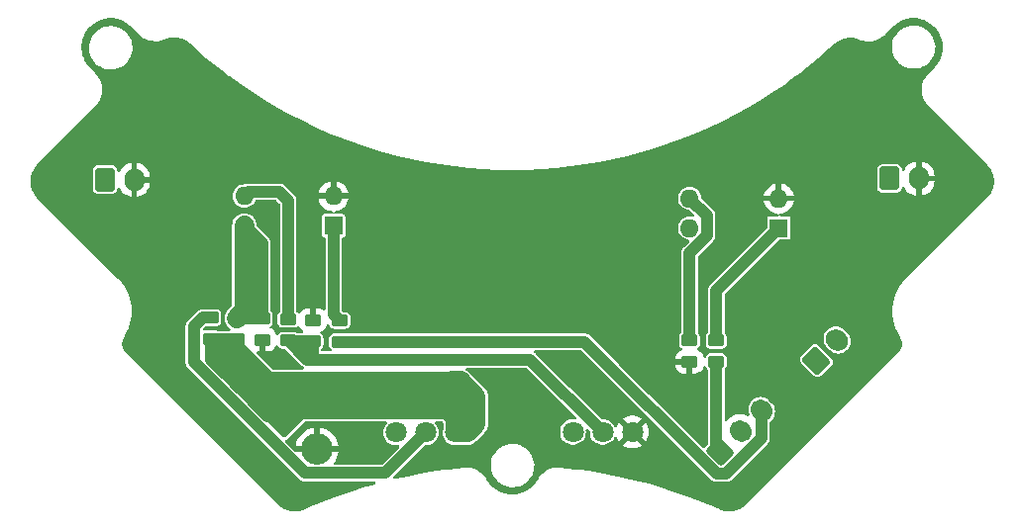
<source format=gbr>
%TF.GenerationSoftware,KiCad,Pcbnew,7.0.9*%
%TF.CreationDate,2024-12-16T15:20:57+09:00*%
%TF.ProjectId,kicker,6b69636b-6572-42e6-9b69-6361645f7063,rev?*%
%TF.SameCoordinates,Original*%
%TF.FileFunction,Copper,L1,Top*%
%TF.FilePolarity,Positive*%
%FSLAX46Y46*%
G04 Gerber Fmt 4.6, Leading zero omitted, Abs format (unit mm)*
G04 Created by KiCad (PCBNEW 7.0.9) date 2024-12-16 15:20:57*
%MOMM*%
%LPD*%
G01*
G04 APERTURE LIST*
G04 Aperture macros list*
%AMRoundRect*
0 Rectangle with rounded corners*
0 $1 Rounding radius*
0 $2 $3 $4 $5 $6 $7 $8 $9 X,Y pos of 4 corners*
0 Add a 4 corners polygon primitive as box body*
4,1,4,$2,$3,$4,$5,$6,$7,$8,$9,$2,$3,0*
0 Add four circle primitives for the rounded corners*
1,1,$1+$1,$2,$3*
1,1,$1+$1,$4,$5*
1,1,$1+$1,$6,$7*
1,1,$1+$1,$8,$9*
0 Add four rect primitives between the rounded corners*
20,1,$1+$1,$2,$3,$4,$5,0*
20,1,$1+$1,$4,$5,$6,$7,0*
20,1,$1+$1,$6,$7,$8,$9,0*
20,1,$1+$1,$8,$9,$2,$3,0*%
%AMHorizOval*
0 Thick line with rounded ends*
0 $1 width*
0 $2 $3 position (X,Y) of the first rounded end (center of the circle)*
0 $4 $5 position (X,Y) of the second rounded end (center of the circle)*
0 Add line between two ends*
20,1,$1,$2,$3,$4,$5,0*
0 Add two circle primitives to create the rounded ends*
1,1,$1,$2,$3*
1,1,$1,$4,$5*%
G04 Aperture macros list end*
%TA.AperFunction,SMDPad,CuDef*%
%ADD10RoundRect,0.250000X-0.450000X0.262500X-0.450000X-0.262500X0.450000X-0.262500X0.450000X0.262500X0*%
%TD*%
%TA.AperFunction,ComponentPad*%
%ADD11RoundRect,0.250001X-1.555634X0.000000X0.000000X-1.555634X1.555634X0.000000X0.000000X1.555634X0*%
%TD*%
%TA.AperFunction,ComponentPad*%
%ADD12C,2.700000*%
%TD*%
%TA.AperFunction,ComponentPad*%
%ADD13RoundRect,0.250000X0.106066X-0.954594X0.954594X-0.106066X-0.106066X0.954594X-0.954594X0.106066X0*%
%TD*%
%TA.AperFunction,ComponentPad*%
%ADD14HorizOval,1.700000X-0.106066X0.106066X0.106066X-0.106066X0*%
%TD*%
%TA.AperFunction,SMDPad,CuDef*%
%ADD15RoundRect,0.250000X0.450000X-0.262500X0.450000X0.262500X-0.450000X0.262500X-0.450000X-0.262500X0*%
%TD*%
%TA.AperFunction,ComponentPad*%
%ADD16RoundRect,0.250000X-0.600000X-0.750000X0.600000X-0.750000X0.600000X0.750000X-0.600000X0.750000X0*%
%TD*%
%TA.AperFunction,ComponentPad*%
%ADD17O,1.700000X2.000000*%
%TD*%
%TA.AperFunction,ComponentPad*%
%ADD18R,1.600000X1.600000*%
%TD*%
%TA.AperFunction,ComponentPad*%
%ADD19O,1.600000X1.600000*%
%TD*%
%TA.AperFunction,ComponentPad*%
%ADD20RoundRect,0.250000X0.088388X-0.936916X0.936916X-0.088388X-0.088388X0.936916X-0.936916X0.088388X0*%
%TD*%
%TA.AperFunction,ComponentPad*%
%ADD21HorizOval,1.700000X-0.088388X0.088388X0.088388X-0.088388X0*%
%TD*%
%TA.AperFunction,ComponentPad*%
%ADD22C,1.800000*%
%TD*%
%TA.AperFunction,ViaPad*%
%ADD23C,0.800000*%
%TD*%
%TA.AperFunction,Conductor*%
%ADD24C,1.000000*%
%TD*%
%TA.AperFunction,Conductor*%
%ADD25C,1.700000*%
%TD*%
G04 APERTURE END LIST*
D10*
%TO.P,R6,1*%
%TO.N,Net-(R6-Pad1)*%
X198800000Y-69137500D03*
%TO.P,R6,2*%
%TO.N,GND*%
X198800000Y-70962500D03*
%TD*%
D11*
%TO.P,J1,1,Pin_1*%
%TO.N,+48V*%
X164160000Y-75660000D03*
D12*
%TO.P,J1,2,Pin_2*%
%TO.N,GND*%
X166960143Y-78460143D03*
%TD*%
D13*
%TO.P,J4,1,Pin_1*%
%TO.N,Solenoid+*%
X209640000Y-70880000D03*
D14*
%TO.P,J4,2,Pin_2*%
%TO.N,Solenoid-*%
X211407767Y-69112233D03*
%TD*%
D15*
%TO.P,R7,1*%
%TO.N,+48V*%
X160090000Y-69052500D03*
%TO.P,R7,2*%
%TO.N,+15V*%
X160090000Y-67227500D03*
%TD*%
%TO.P,R4,1*%
%TO.N,Net-(Q3-G)*%
X166590000Y-69232500D03*
%TO.P,R4,2*%
%TO.N,GND*%
X166590000Y-67407500D03*
%TD*%
D16*
%TO.P,C1,1*%
%TO.N,Solenoid+*%
X148820000Y-55370000D03*
D17*
%TO.P,C1,2*%
%TO.N,GND*%
X151320000Y-55370000D03*
%TD*%
D18*
%TO.P,U1,1*%
%TO.N,Net-(R1-Pad2)*%
X206430000Y-59515000D03*
D19*
%TO.P,U1,2*%
%TO.N,GND*%
X206430000Y-56975000D03*
%TO.P,U1,3*%
%TO.N,Net-(R6-Pad1)*%
X198810000Y-56975000D03*
%TO.P,U1,4*%
%TO.N,Net-(Q1-G)*%
X198810000Y-59515000D03*
%TD*%
D15*
%TO.P,R3,1*%
%TO.N,Net-(Q3-G)*%
X164490000Y-69142500D03*
%TO.P,R3,2*%
%TO.N,Net-(R3-Pad2)*%
X164490000Y-67317500D03*
%TD*%
D20*
%TO.P,J3,1,Pin_1*%
%TO.N,FET1*%
X201430000Y-78660000D03*
D21*
%TO.P,J3,2,Pin_2*%
%TO.N,GND*%
X203197767Y-76892233D03*
%TO.P,J3,3,Pin_3*%
%TO.N,FET\uFF12*%
X204965534Y-75124466D03*
%TD*%
D22*
%TO.P,Q1,1,D*%
%TO.N,Solenoid+*%
X173720000Y-77031000D03*
%TO.P,Q1,2,G*%
%TO.N,Net-(Q1-G)*%
X176260000Y-77031000D03*
%TO.P,Q1,3,S*%
%TO.N,+48V*%
X178800000Y-77031000D03*
%TD*%
D10*
%TO.P,R9,1*%
%TO.N,+15V*%
X162270000Y-67257500D03*
%TO.P,R9,2*%
%TO.N,GND*%
X162270000Y-69082500D03*
%TD*%
D16*
%TO.P,C2,1*%
%TO.N,Solenoid+*%
X215890000Y-55280000D03*
D17*
%TO.P,C2,2*%
%TO.N,GND*%
X218390000Y-55280000D03*
%TD*%
D15*
%TO.P,R8,1*%
%TO.N,FET\uFF12*%
X168890000Y-69262500D03*
%TO.P,R8,2*%
%TO.N,Net-(R8-Pad2)*%
X168890000Y-67437500D03*
%TD*%
%TO.P,R1,1*%
%TO.N,FET1*%
X201080000Y-70972500D03*
%TO.P,R1,2*%
%TO.N,Net-(R1-Pad2)*%
X201080000Y-69147500D03*
%TD*%
D22*
%TO.P,Q3,1,D*%
%TO.N,Solenoid-*%
X188830000Y-76980000D03*
%TO.P,Q3,2,G*%
%TO.N,Net-(Q3-G)*%
X191370000Y-76980000D03*
%TO.P,Q3,3,S*%
%TO.N,GND*%
X193910000Y-76980000D03*
%TD*%
D18*
%TO.P,U2,1*%
%TO.N,Net-(R8-Pad2)*%
X168360000Y-59320000D03*
D19*
%TO.P,U2,2*%
%TO.N,GND*%
X168360000Y-56780000D03*
%TO.P,U2,3*%
%TO.N,Net-(R3-Pad2)*%
X160740000Y-56780000D03*
%TO.P,U2,4*%
%TO.N,+15V*%
X160740000Y-59320000D03*
%TD*%
D15*
%TO.P,R2,1*%
%TO.N,+48V*%
X157860000Y-69025000D03*
%TO.P,R2,2*%
%TO.N,Net-(Q1-G)*%
X157860000Y-67200000D03*
%TD*%
D23*
%TO.N,GND*%
X199644000Y-72288400D03*
X199771000Y-77216000D03*
X194487800Y-57988200D03*
X212572600Y-56591200D03*
X193243200Y-70637400D03*
X187528200Y-67894200D03*
X187045600Y-70535800D03*
X170230800Y-58039000D03*
X153289000Y-56845200D03*
X163690000Y-70750000D03*
X166370000Y-65730000D03*
%TD*%
D24*
%TO.N,Net-(Q3-G)*%
X166590000Y-69951600D02*
X166590000Y-69232500D01*
X165354000Y-69232500D02*
X165870900Y-69232500D01*
X165870900Y-69232500D02*
X166590000Y-69951600D01*
X166590000Y-70420800D02*
X166590000Y-69951600D01*
X165354000Y-69232500D02*
X164580000Y-69232500D01*
X166590000Y-69232500D02*
X165354000Y-69232500D01*
X166954200Y-70785000D02*
X166590000Y-70420800D01*
X166954200Y-70785000D02*
X166132500Y-70785000D01*
X185175000Y-70785000D02*
X166954200Y-70785000D01*
%TO.N,Net-(R3-Pad2)*%
X161106600Y-56413400D02*
X160740000Y-56780000D01*
X163753800Y-56413400D02*
X161106600Y-56413400D01*
X164490000Y-57149600D02*
X163753800Y-56413400D01*
X164490000Y-67317500D02*
X164490000Y-57149600D01*
%TO.N,+48V*%
X160062500Y-69025000D02*
X160090000Y-69052500D01*
D25*
X166490000Y-75020000D02*
X164800000Y-75020000D01*
D24*
X160090000Y-70170000D02*
X159655000Y-69735000D01*
D25*
X178540000Y-72630000D02*
X179190000Y-72630000D01*
D24*
X159547500Y-72462500D02*
X159830000Y-72180000D01*
X160090000Y-71590000D02*
X164160000Y-75660000D01*
D25*
X176150000Y-75020000D02*
X178490000Y-72680000D01*
D24*
X160580000Y-70910000D02*
X162770000Y-73100000D01*
X162745000Y-75660000D02*
X164160000Y-75660000D01*
X172460000Y-73600000D02*
X172330000Y-73600000D01*
D25*
X167810000Y-74640000D02*
X165850000Y-74640000D01*
X178800000Y-77031000D02*
X179789000Y-77031000D01*
D24*
X172460000Y-73600000D02*
X175880000Y-73600000D01*
X162510000Y-74010000D02*
X162510000Y-73360000D01*
X162137500Y-75052500D02*
X162745000Y-75660000D01*
D25*
X169510000Y-75020000D02*
X170910000Y-75020000D01*
D24*
X167910000Y-73600000D02*
X166490000Y-75020000D01*
X172990000Y-74020000D02*
X171990000Y-75020000D01*
D25*
X178061792Y-75020000D02*
X175960000Y-75020000D01*
X180520000Y-75410000D02*
X180520000Y-73960000D01*
D24*
X160090000Y-70910000D02*
X160580000Y-70910000D01*
X158785000Y-70285000D02*
X164160000Y-75660000D01*
D25*
X178800000Y-77031000D02*
X178800000Y-75758208D01*
D24*
X157860000Y-69360000D02*
X158235000Y-69735000D01*
X159547500Y-72462500D02*
X160067500Y-72982500D01*
D25*
X164160000Y-72950000D02*
X163570000Y-72950000D01*
D24*
X159810000Y-71662500D02*
X158747500Y-71662500D01*
D25*
X169510000Y-75020000D02*
X169510000Y-73990000D01*
X180520000Y-76300000D02*
X180520000Y-75410000D01*
D24*
X158945000Y-69025000D02*
X160090000Y-70170000D01*
X169900000Y-73600000D02*
X168850000Y-73600000D01*
D25*
X178451792Y-75410000D02*
X178061792Y-75020000D01*
X166490000Y-75020000D02*
X169510000Y-75020000D01*
X164350000Y-72680000D02*
X164120000Y-72910000D01*
D24*
X164160000Y-75660000D02*
X166220000Y-73600000D01*
X158900000Y-70170000D02*
X158785000Y-70285000D01*
X160270000Y-72180000D02*
X160680000Y-72180000D01*
D25*
X180520000Y-75410000D02*
X178451792Y-75410000D01*
X164800000Y-75020000D02*
X164160000Y-75660000D01*
D24*
X160090000Y-70170000D02*
X160090000Y-70910000D01*
X159655000Y-69735000D02*
X158235000Y-69735000D01*
X160680000Y-72180000D02*
X160162500Y-71662500D01*
X160090000Y-69052500D02*
X160090000Y-69580000D01*
D25*
X162770000Y-73100000D02*
X162510000Y-73360000D01*
X178800000Y-75758208D02*
X178061792Y-75020000D01*
X165850000Y-74640000D02*
X164160000Y-72950000D01*
D24*
X175880000Y-73600000D02*
X173410000Y-73600000D01*
X158235000Y-69735000D02*
X158785000Y-70285000D01*
X158747500Y-71662500D02*
X159547500Y-72462500D01*
D25*
X175960000Y-75020000D02*
X176150000Y-75020000D01*
D24*
X159830000Y-72180000D02*
X160270000Y-72180000D01*
X157860000Y-69025000D02*
X157860000Y-69360000D01*
D25*
X175960000Y-75020000D02*
X167810000Y-75020000D01*
X177001792Y-73960000D02*
X176641792Y-73600000D01*
D24*
X161400000Y-72900000D02*
X162510000Y-74010000D01*
D25*
X163570000Y-72950000D02*
X162510000Y-74010000D01*
X179190000Y-72630000D02*
X180520000Y-73960000D01*
D24*
X164160000Y-75660000D02*
X162510000Y-74010000D01*
X160090000Y-71590000D02*
X160017500Y-71662500D01*
X160017500Y-71662500D02*
X159810000Y-71662500D01*
X176641792Y-73600000D02*
X178061792Y-75020000D01*
X160162500Y-71662500D02*
X159810000Y-71662500D01*
D25*
X164350000Y-72680000D02*
X163190000Y-72680000D01*
D24*
X173410000Y-73600000D02*
X172990000Y-74020000D01*
D25*
X164160000Y-72950000D02*
X164160000Y-75660000D01*
X164120000Y-72910000D02*
X164160000Y-72950000D01*
D24*
X160090000Y-69580000D02*
X163190000Y-72680000D01*
D25*
X179789000Y-77031000D02*
X180520000Y-76300000D01*
D24*
X168850000Y-73600000D02*
X167910000Y-73600000D01*
X161472500Y-74387500D02*
X162137500Y-75052500D01*
X160090000Y-70170000D02*
X158900000Y-70170000D01*
D25*
X167810000Y-75020000D02*
X167810000Y-74640000D01*
D24*
X161400000Y-72900000D02*
X160150000Y-72900000D01*
X160580000Y-70910000D02*
X157995000Y-70910000D01*
X160090000Y-70910000D02*
X160090000Y-71590000D01*
X160807500Y-73722500D02*
X161477500Y-74392500D01*
D25*
X167810000Y-74640000D02*
X168850000Y-73600000D01*
D24*
X157860000Y-70775000D02*
X158747500Y-71662500D01*
X176100000Y-73600000D02*
X176641792Y-73600000D01*
X157995000Y-70910000D02*
X157860000Y-70775000D01*
X171210000Y-73600000D02*
X169900000Y-73600000D01*
X162222500Y-73722500D02*
X160807500Y-73722500D01*
X162510000Y-74010000D02*
X162222500Y-73722500D01*
D25*
X164120000Y-72910000D02*
X162960000Y-72910000D01*
X180520000Y-73960000D02*
X177001792Y-73960000D01*
D24*
X170910000Y-73900000D02*
X171210000Y-73600000D01*
X157860000Y-69025000D02*
X157860000Y-70775000D01*
D25*
X178490000Y-72680000D02*
X164350000Y-72680000D01*
D24*
X170910000Y-75020000D02*
X170910000Y-73900000D01*
X172330000Y-73600000D02*
X170910000Y-75020000D01*
X171210000Y-73600000D02*
X172460000Y-73600000D01*
D25*
X170910000Y-75020000D02*
X171990000Y-75020000D01*
D24*
X160150000Y-72900000D02*
X160067500Y-72982500D01*
X160680000Y-72180000D02*
X161400000Y-72900000D01*
X157860000Y-69025000D02*
X158945000Y-69025000D01*
D25*
X162960000Y-72910000D02*
X162770000Y-73100000D01*
D24*
X166220000Y-73600000D02*
X171210000Y-73600000D01*
X160090000Y-69052500D02*
X160090000Y-70170000D01*
X175880000Y-73600000D02*
X176100000Y-73600000D01*
D25*
X167810000Y-75020000D02*
X166490000Y-75020000D01*
D24*
X160067500Y-72982500D02*
X160807500Y-73722500D01*
X175680000Y-74020000D02*
X176100000Y-73600000D01*
D25*
X178540000Y-72630000D02*
X178490000Y-72680000D01*
X169510000Y-73990000D02*
X169900000Y-73600000D01*
X163190000Y-72680000D02*
X162770000Y-73100000D01*
D24*
X172990000Y-74020000D02*
X175680000Y-74020000D01*
X157860000Y-69025000D02*
X160062500Y-69025000D01*
%TO.N,Net-(Q3-G)*%
X166132500Y-70785000D02*
X164490000Y-69142500D01*
X185175000Y-70785000D02*
X191370000Y-76980000D01*
X164580000Y-69232500D02*
X164490000Y-69142500D01*
%TO.N,FET1*%
X201080000Y-78310000D02*
X201430000Y-78660000D01*
X201080000Y-70972500D02*
X201080000Y-78310000D01*
%TO.N,Net-(R1-Pad2)*%
X201080000Y-69147500D02*
X201080000Y-64865000D01*
X201080000Y-64865000D02*
X206430000Y-59515000D01*
%TO.N,Net-(Q1-G)*%
X176260000Y-77031000D02*
X172780857Y-80510143D01*
X157160000Y-67200000D02*
X157860000Y-67200000D01*
X156410000Y-71022056D02*
X156410000Y-67950000D01*
X172780857Y-80510143D02*
X165898087Y-80510143D01*
X165898087Y-80510143D02*
X156410000Y-71022056D01*
X156410000Y-67950000D02*
X157160000Y-67200000D01*
%TO.N,Net-(R6-Pad1)*%
X198800000Y-61646321D02*
X200310000Y-60136321D01*
X198800000Y-69137500D02*
X198800000Y-61646321D01*
X200310000Y-60136321D02*
X200310000Y-58475000D01*
X200310000Y-58475000D02*
X198810000Y-56975000D01*
%TO.N,FET\uFF12*%
X201906994Y-80551814D02*
X204965534Y-77493274D01*
X189840468Y-69262500D02*
X201129782Y-80551814D01*
X168890000Y-69262500D02*
X189840468Y-69262500D01*
X204965534Y-77493274D02*
X204965534Y-75124466D01*
X201129782Y-80551814D02*
X201906994Y-80551814D01*
%TO.N,Net-(R8-Pad2)*%
X168360000Y-66907500D02*
X168890000Y-67437500D01*
X168360000Y-59320000D02*
X168360000Y-66907500D01*
D25*
%TO.N,+15V*%
X160740000Y-65200000D02*
X160740000Y-66577500D01*
D24*
X161770000Y-61350000D02*
X160740000Y-61350000D01*
X162270000Y-62500000D02*
X162270000Y-61660000D01*
X162270000Y-64140000D02*
X160870000Y-64140000D01*
X162270000Y-67257500D02*
X162270000Y-66530000D01*
X162270000Y-64140000D02*
X162270000Y-63250000D01*
X162270000Y-66530000D02*
X160787500Y-66530000D01*
X162240000Y-67227500D02*
X162270000Y-67257500D01*
X160830000Y-62500000D02*
X160740000Y-62410000D01*
X162270000Y-64900000D02*
X162270000Y-64140000D01*
X162270000Y-65770000D02*
X162270000Y-64900000D01*
X162270000Y-63250000D02*
X161760000Y-63250000D01*
X161040000Y-64900000D02*
X160740000Y-65200000D01*
D25*
X160740000Y-61350000D02*
X160740000Y-62410000D01*
D24*
X162270000Y-66530000D02*
X162270000Y-65770000D01*
X160870000Y-64140000D02*
X160740000Y-64270000D01*
X161547500Y-65770000D02*
X160740000Y-66577500D01*
X161490000Y-61660000D02*
X160740000Y-62410000D01*
X162270000Y-62500000D02*
X160830000Y-62500000D01*
X162270000Y-63250000D02*
X162270000Y-62500000D01*
D25*
X160740000Y-59320000D02*
X160740000Y-61350000D01*
D24*
X162270000Y-64900000D02*
X161040000Y-64900000D01*
X162270000Y-60850000D02*
X161770000Y-61350000D01*
D25*
X160740000Y-62410000D02*
X160740000Y-64270000D01*
D24*
X160787500Y-66530000D02*
X160740000Y-66577500D01*
X162270000Y-61660000D02*
X161490000Y-61660000D01*
X162270000Y-61660000D02*
X162270000Y-60850000D01*
X160090000Y-67227500D02*
X162240000Y-67227500D01*
X161760000Y-63250000D02*
X160740000Y-64270000D01*
D25*
X160740000Y-66577500D02*
X160090000Y-67227500D01*
D24*
X162270000Y-60850000D02*
X160740000Y-59320000D01*
D25*
X160740000Y-64270000D02*
X160740000Y-65200000D01*
D24*
X162270000Y-65770000D02*
X161547500Y-65770000D01*
%TD*%
%TA.AperFunction,Conductor*%
%TO.N,GND*%
G36*
X218079046Y-41544843D02*
G01*
X218084575Y-41545154D01*
X218242819Y-41561193D01*
X218384611Y-41580779D01*
X218389728Y-41581708D01*
X218544709Y-41616665D01*
X218683374Y-41653988D01*
X218688073Y-41655457D01*
X218721476Y-41667373D01*
X218836252Y-41708319D01*
X218838890Y-41709328D01*
X218970866Y-41763359D01*
X218975027Y-41765248D01*
X219115656Y-41835536D01*
X219118381Y-41836986D01*
X219242641Y-41907186D01*
X219246332Y-41909445D01*
X219377352Y-41996098D01*
X219380153Y-41998065D01*
X219494674Y-42083314D01*
X219497838Y-42085834D01*
X219516666Y-42101859D01*
X219617414Y-42187609D01*
X219620180Y-42190112D01*
X219723138Y-42289067D01*
X219725755Y-42291738D01*
X219832174Y-42407166D01*
X219834805Y-42410214D01*
X219924549Y-42521294D01*
X219926639Y-42524033D01*
X220018385Y-42651467D01*
X220020789Y-42655065D01*
X220020802Y-42655085D01*
X220095864Y-42776450D01*
X220097446Y-42779159D01*
X220173220Y-42916829D01*
X220175303Y-42920974D01*
X220234501Y-43050653D01*
X220235623Y-43053269D01*
X220294318Y-43199236D01*
X220295979Y-43203894D01*
X220338768Y-43340967D01*
X220379829Y-43494394D01*
X220380970Y-43499513D01*
X220406164Y-43640430D01*
X220428459Y-43797880D01*
X220428990Y-43803399D01*
X220436293Y-43945758D01*
X220439455Y-44105072D01*
X220439295Y-44110914D01*
X220428759Y-44252260D01*
X220412638Y-44411337D01*
X220411717Y-44417411D01*
X220383777Y-44555191D01*
X220348406Y-44712021D01*
X220346664Y-44718224D01*
X220302241Y-44849750D01*
X220247723Y-45002580D01*
X220245115Y-45008799D01*
X220185902Y-45130944D01*
X220112096Y-45278621D01*
X220108595Y-45284732D01*
X220038447Y-45392492D01*
X219943572Y-45535949D01*
X219939165Y-45541825D01*
X219878377Y-45613595D01*
X219746508Y-45768533D01*
X219743133Y-45772191D01*
X219243085Y-46272238D01*
X219154769Y-46360553D01*
X219154766Y-46360556D01*
X218995129Y-46568592D01*
X218995125Y-46568597D01*
X218864011Y-46795687D01*
X218864006Y-46795698D01*
X218763646Y-47037980D01*
X218695772Y-47291286D01*
X218661543Y-47551272D01*
X218661543Y-47813528D01*
X218695772Y-48073514D01*
X218763646Y-48326820D01*
X218763652Y-48326837D01*
X218864000Y-48569088D01*
X218864011Y-48569112D01*
X218995126Y-48796203D01*
X218995130Y-48796208D01*
X219154766Y-49004243D01*
X219154776Y-49004254D01*
X219240349Y-49089825D01*
X219240353Y-49089830D01*
X219247420Y-49096897D01*
X219247421Y-49096898D01*
X224239618Y-54089094D01*
X224242378Y-54092041D01*
X224296401Y-54153642D01*
X224415671Y-54291284D01*
X224420361Y-54297433D01*
X224486282Y-54396089D01*
X224566052Y-54520211D01*
X224569503Y-54526314D01*
X224625113Y-54639079D01*
X224683762Y-54767499D01*
X224686076Y-54773330D01*
X224727464Y-54895254D01*
X224766608Y-55028563D01*
X224767928Y-55033937D01*
X224793034Y-55160147D01*
X224793595Y-55163420D01*
X224813022Y-55298539D01*
X224813521Y-55303309D01*
X224821973Y-55432261D01*
X224822106Y-55436318D01*
X224822106Y-55572455D01*
X224821973Y-55576511D01*
X224813521Y-55705485D01*
X224813022Y-55710256D01*
X224793600Y-55845347D01*
X224793039Y-55848619D01*
X224767932Y-55974848D01*
X224766611Y-55980222D01*
X224727467Y-56113534D01*
X224686083Y-56235446D01*
X224683770Y-56241275D01*
X224625122Y-56369702D01*
X224569513Y-56482466D01*
X224566062Y-56488569D01*
X224486287Y-56612703D01*
X224420393Y-56711322D01*
X224415691Y-56717487D01*
X224294976Y-56856783D01*
X224242578Y-56916530D01*
X224239804Y-56919492D01*
X217353386Y-63805909D01*
X217353324Y-63805942D01*
X217187854Y-63971450D01*
X217187850Y-63971454D01*
X216954042Y-64252384D01*
X216746835Y-64553441D01*
X216567934Y-64872143D01*
X216567932Y-64872147D01*
X216418835Y-65205822D01*
X216418598Y-65206518D01*
X216300774Y-65551720D01*
X216214742Y-65906933D01*
X216188077Y-66087864D01*
X216161453Y-66268515D01*
X216141352Y-66633421D01*
X216141352Y-66633458D01*
X216154603Y-66998663D01*
X216154606Y-66998702D01*
X216201101Y-67361195D01*
X216240010Y-67536124D01*
X216272412Y-67681799D01*
X216280456Y-67717960D01*
X216392002Y-68065997D01*
X216392003Y-68065998D01*
X216392004Y-68066001D01*
X216393552Y-68069647D01*
X216534815Y-68402417D01*
X216534819Y-68402425D01*
X216707704Y-68724413D01*
X216707708Y-68724419D01*
X216707715Y-68724432D01*
X216798144Y-68861281D01*
X216798183Y-68861365D01*
X216806984Y-68874663D01*
X216809741Y-68879246D01*
X216827918Y-68912647D01*
X216888762Y-69027770D01*
X216896551Y-69045850D01*
X216918040Y-69109153D01*
X216947452Y-69207513D01*
X216949299Y-69215646D01*
X216961214Y-69291358D01*
X216961689Y-69295121D01*
X216970766Y-69390451D01*
X216971038Y-69397269D01*
X216969854Y-69475748D01*
X216969547Y-69481047D01*
X216960051Y-69575031D01*
X216959293Y-69580282D01*
X216944759Y-69657406D01*
X216943128Y-69664035D01*
X216915162Y-69755632D01*
X216913946Y-69759220D01*
X216887134Y-69831009D01*
X216883697Y-69838611D01*
X216835200Y-69929108D01*
X216801486Y-69986830D01*
X216790243Y-70002983D01*
X216708032Y-70103101D01*
X216683011Y-70132818D01*
X216679422Y-70136729D01*
X203602521Y-83213629D01*
X203599800Y-83216191D01*
X203545372Y-83264423D01*
X203415487Y-83377981D01*
X203409915Y-83382319D01*
X203319693Y-83444649D01*
X203204370Y-83520943D01*
X203199008Y-83524115D01*
X203095790Y-83578378D01*
X202976774Y-83635944D01*
X202971815Y-83638081D01*
X202861495Y-83680038D01*
X202858755Y-83681008D01*
X202736278Y-83721126D01*
X202731887Y-83722387D01*
X202616439Y-83750991D01*
X202612785Y-83751780D01*
X202486633Y-83775073D01*
X202482938Y-83775641D01*
X202364880Y-83790151D01*
X202360328Y-83790541D01*
X202231609Y-83796805D01*
X202228702Y-83796878D01*
X202110673Y-83797082D01*
X202105280Y-83796857D01*
X201973554Y-83785590D01*
X201857748Y-83771763D01*
X201851607Y-83770715D01*
X201716620Y-83740628D01*
X201610088Y-83714627D01*
X201603352Y-83712571D01*
X201515012Y-83680017D01*
X201446485Y-83654764D01*
X201372604Y-83626958D01*
X201369151Y-83625538D01*
X200833344Y-83386147D01*
X200142929Y-83099856D01*
X200140259Y-83098710D01*
X200140086Y-83098677D01*
X199744060Y-82934459D01*
X198642933Y-82512459D01*
X197530773Y-82120459D01*
X196408397Y-81758746D01*
X195276630Y-81427586D01*
X194136303Y-81127222D01*
X192988254Y-80857876D01*
X191833327Y-80619743D01*
X190672369Y-80413001D01*
X189506235Y-80237801D01*
X189080674Y-80185615D01*
X189080554Y-80185563D01*
X189077614Y-80185239D01*
X188335781Y-80094270D01*
X187749506Y-80038451D01*
X187748819Y-80038385D01*
X187745283Y-80038049D01*
X187621033Y-80026220D01*
X187620497Y-80026203D01*
X187362837Y-80034919D01*
X187108435Y-80076626D01*
X186861480Y-80150641D01*
X186861473Y-80150643D01*
X186626079Y-80255728D01*
X186626064Y-80255735D01*
X186406083Y-80390172D01*
X186406082Y-80390173D01*
X186205192Y-80551711D01*
X186205183Y-80551719D01*
X186026677Y-80737711D01*
X186026671Y-80737719D01*
X185873501Y-80945092D01*
X185873495Y-80945100D01*
X185811717Y-81056138D01*
X185809857Y-81059261D01*
X185761707Y-81134961D01*
X185733606Y-81179139D01*
X185651435Y-81307334D01*
X185647261Y-81313091D01*
X185552576Y-81429065D01*
X185458337Y-81542069D01*
X185453789Y-81546961D01*
X185345199Y-81651832D01*
X185238223Y-81751609D01*
X185233445Y-81755635D01*
X185112745Y-81847359D01*
X184994343Y-81932874D01*
X184989472Y-81936056D01*
X184858447Y-82013121D01*
X184834028Y-82026474D01*
X184730310Y-82083187D01*
X184725476Y-82085564D01*
X184585945Y-82146795D01*
X184450056Y-82200331D01*
X184445376Y-82201962D01*
X184300628Y-82246005D01*
X184297930Y-82246760D01*
X184157661Y-82282607D01*
X184153239Y-82283567D01*
X184004282Y-82310245D01*
X184001087Y-82310731D01*
X183857483Y-82328790D01*
X183853407Y-82329167D01*
X183702319Y-82338104D01*
X183698658Y-82338212D01*
X183553945Y-82338212D01*
X183550284Y-82338104D01*
X183399195Y-82329167D01*
X183395119Y-82328790D01*
X183251515Y-82310731D01*
X183248320Y-82310245D01*
X183099363Y-82283567D01*
X183094941Y-82282607D01*
X182954672Y-82246760D01*
X182951974Y-82246005D01*
X182807226Y-82201961D01*
X182802546Y-82200331D01*
X182666658Y-82146795D01*
X182527126Y-82085564D01*
X182522292Y-82083187D01*
X182394170Y-82013129D01*
X182263123Y-81936051D01*
X182258264Y-81932877D01*
X182210303Y-81898238D01*
X182139858Y-81847359D01*
X182019157Y-81755635D01*
X182014379Y-81751608D01*
X181907404Y-81651832D01*
X181798813Y-81546961D01*
X181794264Y-81542068D01*
X181700027Y-81429065D01*
X181637345Y-81352290D01*
X181605331Y-81313077D01*
X181601166Y-81307333D01*
X181560845Y-81244427D01*
X181519070Y-81179252D01*
X181442748Y-81059264D01*
X181440875Y-81056118D01*
X181417447Y-81013985D01*
X181417324Y-81013803D01*
X181379109Y-80945104D01*
X181379101Y-80945093D01*
X181225944Y-80737712D01*
X181047435Y-80551703D01*
X180946982Y-80470923D01*
X180846531Y-80390144D01*
X180846531Y-80390143D01*
X180626558Y-80255708D01*
X180391135Y-80150612D01*
X180144179Y-80076603D01*
X180080575Y-80066177D01*
X179889772Y-80034901D01*
X179889752Y-80034899D01*
X179632108Y-80026196D01*
X179632107Y-80026196D01*
X179503738Y-80038390D01*
X179503240Y-80038438D01*
X178916823Y-80094271D01*
X178174958Y-80185243D01*
X178172092Y-80185559D01*
X178171930Y-80185615D01*
X177746369Y-80237801D01*
X176580235Y-80413002D01*
X175419278Y-80619744D01*
X174264349Y-80857876D01*
X173589970Y-81016092D01*
X173520206Y-81012240D01*
X173463600Y-80971283D01*
X173438123Y-80906224D01*
X173451864Y-80837719D01*
X173473963Y-80807692D01*
X174363892Y-79917763D01*
X181815787Y-79917763D01*
X181845413Y-80187013D01*
X181845415Y-80187024D01*
X181913926Y-80449082D01*
X181913928Y-80449088D01*
X182019870Y-80698390D01*
X182107505Y-80841985D01*
X182160979Y-80929605D01*
X182160986Y-80929615D01*
X182334253Y-81137819D01*
X182334259Y-81137824D01*
X182440891Y-81233366D01*
X182535998Y-81318582D01*
X182761910Y-81468044D01*
X183007176Y-81583020D01*
X183007183Y-81583022D01*
X183007185Y-81583023D01*
X183266557Y-81661057D01*
X183266564Y-81661058D01*
X183266569Y-81661060D01*
X183534561Y-81700500D01*
X183534566Y-81700500D01*
X183737636Y-81700500D01*
X183789133Y-81696730D01*
X183940156Y-81685677D01*
X184052758Y-81660593D01*
X184204546Y-81626782D01*
X184204548Y-81626781D01*
X184204553Y-81626780D01*
X184457558Y-81530014D01*
X184693777Y-81397441D01*
X184908177Y-81231888D01*
X185096186Y-81036881D01*
X185253799Y-80816579D01*
X185354999Y-80619744D01*
X185377649Y-80575690D01*
X185377651Y-80575684D01*
X185377656Y-80575675D01*
X185465118Y-80319305D01*
X185514319Y-80052933D01*
X185524212Y-79782235D01*
X185494586Y-79512982D01*
X185426072Y-79250912D01*
X185320130Y-79001610D01*
X185179018Y-78770390D01*
X185177845Y-78768981D01*
X185005746Y-78562180D01*
X185005740Y-78562175D01*
X184804002Y-78381418D01*
X184578092Y-78231957D01*
X184576910Y-78231403D01*
X184332824Y-78116980D01*
X184332819Y-78116978D01*
X184332814Y-78116976D01*
X184073442Y-78038942D01*
X184073428Y-78038939D01*
X183957791Y-78021921D01*
X183805439Y-77999500D01*
X183602369Y-77999500D01*
X183602364Y-77999500D01*
X183399844Y-78014323D01*
X183399831Y-78014325D01*
X183135453Y-78073217D01*
X183135446Y-78073220D01*
X182882439Y-78169987D01*
X182646226Y-78302557D01*
X182646224Y-78302558D01*
X182646223Y-78302559D01*
X182630149Y-78314971D01*
X182431822Y-78468112D01*
X182243822Y-78663109D01*
X182243816Y-78663116D01*
X182086202Y-78883419D01*
X182086199Y-78883424D01*
X181962350Y-79124309D01*
X181962343Y-79124327D01*
X181874884Y-79380685D01*
X181874881Y-79380699D01*
X181825681Y-79647068D01*
X181825680Y-79647075D01*
X181815787Y-79917763D01*
X174363892Y-79917763D01*
X176113837Y-78167819D01*
X176175160Y-78134334D01*
X176201518Y-78131500D01*
X176361974Y-78131500D01*
X176361976Y-78131500D01*
X176562456Y-78094024D01*
X176752637Y-78020348D01*
X176926041Y-77912981D01*
X177054122Y-77796219D01*
X177076762Y-77775581D01*
X177103878Y-77739674D01*
X177199673Y-77612821D01*
X177290582Y-77430250D01*
X177346397Y-77234083D01*
X177365215Y-77031000D01*
X177352642Y-76895318D01*
X177346397Y-76827917D01*
X177328184Y-76763907D01*
X177290582Y-76631750D01*
X177287941Y-76626447D01*
X177215020Y-76480000D01*
X177199673Y-76449179D01*
X177076764Y-76286421D01*
X177076452Y-76286136D01*
X177076346Y-76285962D01*
X177072901Y-76282183D01*
X177073640Y-76281508D01*
X177040172Y-76226427D01*
X177041932Y-76156579D01*
X177081175Y-76098771D01*
X177145441Y-76071357D01*
X177159991Y-76070500D01*
X177575298Y-76070500D01*
X177642337Y-76090185D01*
X177662979Y-76106819D01*
X177670337Y-76114177D01*
X177674417Y-76118679D01*
X177705382Y-76156410D01*
X177709685Y-76160713D01*
X177708549Y-76161848D01*
X177743499Y-76213157D01*
X177749500Y-76251264D01*
X177749500Y-76684457D01*
X177744766Y-76718391D01*
X177713603Y-76827915D01*
X177713602Y-76827917D01*
X177694785Y-77030999D01*
X177694785Y-77031000D01*
X177713602Y-77234082D01*
X177769417Y-77430247D01*
X177769422Y-77430260D01*
X177860327Y-77612821D01*
X177983237Y-77775581D01*
X178133958Y-77912980D01*
X178133960Y-77912982D01*
X178224995Y-77969348D01*
X178307363Y-78020348D01*
X178497544Y-78094024D01*
X178698024Y-78131500D01*
X178698026Y-78131500D01*
X178901974Y-78131500D01*
X178901976Y-78131500D01*
X179102456Y-78094024D01*
X179113169Y-78089873D01*
X179157962Y-78081500D01*
X179734343Y-78081500D01*
X179740424Y-78081799D01*
X179754580Y-78083192D01*
X179789000Y-78086583D01*
X179994934Y-78066300D01*
X180192955Y-78006232D01*
X180375450Y-77908685D01*
X180413703Y-77877291D01*
X180436809Y-77858330D01*
X180535411Y-77777409D01*
X180566378Y-77739674D01*
X180570458Y-77735171D01*
X181224171Y-77081458D01*
X181228674Y-77077378D01*
X181266409Y-77046411D01*
X181279054Y-77031003D01*
X181397685Y-76886450D01*
X181436256Y-76814289D01*
X181495232Y-76703955D01*
X181555300Y-76505934D01*
X181575583Y-76300000D01*
X181570799Y-76251424D01*
X181570500Y-76245343D01*
X181570500Y-75464655D01*
X181570799Y-75458574D01*
X181572070Y-75445668D01*
X181575583Y-75410000D01*
X181570799Y-75361424D01*
X181570500Y-75355343D01*
X181570500Y-74014655D01*
X181570799Y-74008574D01*
X181573564Y-73980495D01*
X181575583Y-73960000D01*
X181555300Y-73754066D01*
X181495232Y-73556045D01*
X181397685Y-73373550D01*
X181381603Y-73353954D01*
X181266410Y-73213589D01*
X181228674Y-73182621D01*
X181224172Y-73178541D01*
X179971456Y-71925825D01*
X179967378Y-71921325D01*
X179936408Y-71883588D01*
X179776450Y-71752315D01*
X179767549Y-71747557D01*
X179713857Y-71718858D01*
X179664013Y-71669895D01*
X179648553Y-71601757D01*
X179672385Y-71536078D01*
X179727943Y-71493709D01*
X179772311Y-71485500D01*
X184833481Y-71485500D01*
X184900520Y-71505185D01*
X184921162Y-71521819D01*
X189075441Y-75676098D01*
X189108926Y-75737421D01*
X189103942Y-75807113D01*
X189062070Y-75863046D01*
X188996606Y-75887463D01*
X188964978Y-75885668D01*
X188931980Y-75879500D01*
X188931976Y-75879500D01*
X188728024Y-75879500D01*
X188527544Y-75916976D01*
X188527541Y-75916976D01*
X188527541Y-75916977D01*
X188337364Y-75990651D01*
X188337357Y-75990655D01*
X188163960Y-76098017D01*
X188163958Y-76098019D01*
X188013237Y-76235418D01*
X187890327Y-76398178D01*
X187799422Y-76580739D01*
X187799417Y-76580752D01*
X187743602Y-76776917D01*
X187724785Y-76979999D01*
X187724785Y-76980000D01*
X187743602Y-77183082D01*
X187799417Y-77379247D01*
X187799422Y-77379260D01*
X187890327Y-77561821D01*
X188013237Y-77724581D01*
X188163958Y-77861980D01*
X188163960Y-77861982D01*
X188239282Y-77908619D01*
X188337363Y-77969348D01*
X188527544Y-78043024D01*
X188728024Y-78080500D01*
X188728026Y-78080500D01*
X188931974Y-78080500D01*
X188931976Y-78080500D01*
X189132456Y-78043024D01*
X189322637Y-77969348D01*
X189496041Y-77861981D01*
X189643538Y-77727520D01*
X189646762Y-77724581D01*
X189646764Y-77724579D01*
X189769673Y-77561821D01*
X189860582Y-77379250D01*
X189916397Y-77183083D01*
X189935215Y-76980000D01*
X189935214Y-76979994D01*
X189927368Y-76895318D01*
X189921545Y-76832475D01*
X189934960Y-76763907D01*
X189983317Y-76713475D01*
X190051263Y-76697192D01*
X190117226Y-76720229D01*
X190132697Y-76733354D01*
X190233338Y-76833995D01*
X190266823Y-76895318D01*
X190269128Y-76933114D01*
X190264785Y-76979995D01*
X190264785Y-76980000D01*
X190283602Y-77183082D01*
X190339417Y-77379247D01*
X190339422Y-77379260D01*
X190430327Y-77561821D01*
X190553237Y-77724581D01*
X190703958Y-77861980D01*
X190703960Y-77861982D01*
X190779282Y-77908619D01*
X190877363Y-77969348D01*
X191067544Y-78043024D01*
X191268024Y-78080500D01*
X191268026Y-78080500D01*
X191471974Y-78080500D01*
X191471976Y-78080500D01*
X191672456Y-78043024D01*
X191862637Y-77969348D01*
X192036041Y-77861981D01*
X192183538Y-77727520D01*
X192186762Y-77724581D01*
X192186764Y-77724579D01*
X192309673Y-77561821D01*
X192361665Y-77457406D01*
X192365292Y-77450123D01*
X192412794Y-77398886D01*
X192480457Y-77381464D01*
X192546798Y-77403389D01*
X192589848Y-77455584D01*
X192674516Y-77648609D01*
X192758811Y-77777633D01*
X193426922Y-77109523D01*
X193450507Y-77189844D01*
X193528239Y-77310798D01*
X193636900Y-77404952D01*
X193767685Y-77464680D01*
X193777466Y-77466086D01*
X193111199Y-78132351D01*
X193141650Y-78156050D01*
X193345697Y-78266476D01*
X193345706Y-78266479D01*
X193565139Y-78341811D01*
X193793993Y-78380000D01*
X194026007Y-78380000D01*
X194254860Y-78341811D01*
X194474293Y-78266479D01*
X194474302Y-78266476D01*
X194678350Y-78156050D01*
X194708798Y-78132351D01*
X194042533Y-77466086D01*
X194052315Y-77464680D01*
X194183100Y-77404952D01*
X194291761Y-77310798D01*
X194369493Y-77189844D01*
X194393076Y-77109524D01*
X195061186Y-77777634D01*
X195145484Y-77648606D01*
X195238682Y-77436135D01*
X195295638Y-77211218D01*
X195314798Y-76980005D01*
X195314798Y-76979994D01*
X195295638Y-76748781D01*
X195238682Y-76523864D01*
X195145483Y-76311390D01*
X195061186Y-76182364D01*
X194393076Y-76850475D01*
X194369493Y-76770156D01*
X194291761Y-76649202D01*
X194183100Y-76555048D01*
X194052315Y-76495320D01*
X194042534Y-76493913D01*
X194708799Y-75827648D01*
X194708799Y-75827647D01*
X194678349Y-75803949D01*
X194474302Y-75693523D01*
X194474293Y-75693520D01*
X194254860Y-75618188D01*
X194026007Y-75580000D01*
X193793993Y-75580000D01*
X193565139Y-75618188D01*
X193345706Y-75693520D01*
X193345698Y-75693523D01*
X193141644Y-75803952D01*
X193111200Y-75827646D01*
X193111200Y-75827647D01*
X193777466Y-76493913D01*
X193767685Y-76495320D01*
X193636900Y-76555048D01*
X193528239Y-76649202D01*
X193450507Y-76770156D01*
X193426923Y-76850475D01*
X192758812Y-76182365D01*
X192674516Y-76311391D01*
X192674514Y-76311395D01*
X192589848Y-76504415D01*
X192544892Y-76557901D01*
X192478156Y-76578591D01*
X192410828Y-76559916D01*
X192365292Y-76509877D01*
X192335067Y-76449178D01*
X192309673Y-76398179D01*
X192186764Y-76235421D01*
X192186762Y-76235418D01*
X192036041Y-76098019D01*
X192036039Y-76098017D01*
X191862642Y-75990655D01*
X191862635Y-75990651D01*
X191748992Y-75946626D01*
X191672456Y-75916976D01*
X191471976Y-75879500D01*
X191311519Y-75879500D01*
X191244480Y-75859815D01*
X191223838Y-75843181D01*
X188559189Y-73178532D01*
X185686598Y-70305941D01*
X185684064Y-70303250D01*
X185642929Y-70256817D01*
X185642928Y-70256816D01*
X185642924Y-70256812D01*
X185591896Y-70221591D01*
X185588887Y-70219377D01*
X185571264Y-70205571D01*
X185544510Y-70184610D01*
X185503878Y-70127770D01*
X185500426Y-70057986D01*
X185535251Y-69997413D01*
X185597295Y-69965284D01*
X185620984Y-69963000D01*
X189498949Y-69963000D01*
X189565988Y-69982685D01*
X189586630Y-69999319D01*
X200618181Y-81030870D01*
X200620717Y-81033564D01*
X200661853Y-81079997D01*
X200711145Y-81114021D01*
X200712888Y-81115224D01*
X200715904Y-81117444D01*
X200738264Y-81134961D01*
X200764725Y-81155692D01*
X200767525Y-81156952D01*
X200773964Y-81159850D01*
X200793515Y-81170877D01*
X200801852Y-81176632D01*
X200859847Y-81198626D01*
X200863256Y-81200037D01*
X200910569Y-81221331D01*
X200919846Y-81225507D01*
X200919847Y-81225507D01*
X200919851Y-81225509D01*
X200929816Y-81227335D01*
X200951438Y-81233362D01*
X200951449Y-81233366D01*
X200960910Y-81236954D01*
X201006033Y-81242432D01*
X201022456Y-81244427D01*
X201026153Y-81244989D01*
X201087176Y-81256172D01*
X201142534Y-81252823D01*
X201149085Y-81252427D01*
X201152830Y-81252314D01*
X201883946Y-81252314D01*
X201887691Y-81252427D01*
X201895036Y-81252871D01*
X201949600Y-81256172D01*
X201987308Y-81249261D01*
X202010615Y-81244991D01*
X202014319Y-81244427D01*
X202032164Y-81242260D01*
X202075866Y-81236954D01*
X202085329Y-81233364D01*
X202106955Y-81227336D01*
X202107887Y-81227165D01*
X202116926Y-81225509D01*
X202173506Y-81200043D01*
X202176936Y-81198623D01*
X202234924Y-81176632D01*
X202243260Y-81170876D01*
X202262815Y-81159848D01*
X202272051Y-81155692D01*
X202320890Y-81117427D01*
X202323870Y-81115235D01*
X202374923Y-81079997D01*
X202416059Y-81033562D01*
X202418593Y-81030870D01*
X205444590Y-78004873D01*
X205447282Y-78002339D01*
X205493717Y-77961203D01*
X205528951Y-77910157D01*
X205531154Y-77907161D01*
X205569412Y-77858330D01*
X205573571Y-77849087D01*
X205584595Y-77829542D01*
X205590352Y-77821204D01*
X205612344Y-77763213D01*
X205613766Y-77759777D01*
X205639229Y-77703205D01*
X205641056Y-77693233D01*
X205647080Y-77671621D01*
X205650674Y-77662146D01*
X205658147Y-77600598D01*
X205658711Y-77596893D01*
X205665138Y-77561819D01*
X205669892Y-77535880D01*
X205666147Y-77473970D01*
X205666034Y-77470225D01*
X205666034Y-76128126D01*
X205685719Y-76061087D01*
X205711370Y-76032272D01*
X205718609Y-76026331D01*
X205800332Y-75959264D01*
X205931607Y-75799304D01*
X206029154Y-75616809D01*
X206089222Y-75418788D01*
X206109505Y-75212854D01*
X206089222Y-75006920D01*
X206029154Y-74808899D01*
X205931607Y-74626404D01*
X205833230Y-74506531D01*
X205833229Y-74506530D01*
X205833225Y-74506525D01*
X205583474Y-74256774D01*
X205463599Y-74158395D01*
X205463597Y-74158394D01*
X205463596Y-74158393D01*
X205391250Y-74119722D01*
X205281104Y-74060847D01*
X205281101Y-74060846D01*
X205083080Y-74000778D01*
X205083077Y-74000777D01*
X205083079Y-74000777D01*
X204877146Y-73980495D01*
X204671214Y-74000777D01*
X204473187Y-74060847D01*
X204337840Y-74133193D01*
X204290696Y-74158393D01*
X204290694Y-74158394D01*
X204290693Y-74158395D01*
X204130735Y-74289667D01*
X203999463Y-74449625D01*
X203901915Y-74632119D01*
X203841845Y-74830146D01*
X203821563Y-75036078D01*
X203841845Y-75242009D01*
X203841846Y-75242012D01*
X203901914Y-75440033D01*
X203901915Y-75440036D01*
X203901916Y-75440037D01*
X203904248Y-75445668D01*
X203902212Y-75446511D01*
X203914423Y-75505232D01*
X203889405Y-75570469D01*
X203833090Y-75611825D01*
X203763355Y-75616169D01*
X203728825Y-75602637D01*
X203682097Y-75575658D01*
X203682090Y-75575655D01*
X203460119Y-75494863D01*
X203227490Y-75453845D01*
X202991267Y-75453845D01*
X202758639Y-75494863D01*
X202536667Y-75575655D01*
X202536660Y-75575658D01*
X202332090Y-75693766D01*
X202151137Y-75845603D01*
X201999490Y-76026331D01*
X201941318Y-76065034D01*
X201871457Y-76066142D01*
X201812087Y-76029306D01*
X201782058Y-75966218D01*
X201780500Y-75946626D01*
X201780500Y-71672628D01*
X201800185Y-71605589D01*
X201830866Y-71572857D01*
X201852150Y-71557150D01*
X201932793Y-71447882D01*
X201957352Y-71377697D01*
X201977646Y-71319701D01*
X201977646Y-71319699D01*
X201980500Y-71289269D01*
X201980500Y-70773934D01*
X208229817Y-70773934D01*
X208250058Y-70908220D01*
X208250058Y-70908223D01*
X208308978Y-71030572D01*
X208308981Y-71030577D01*
X208321550Y-71045747D01*
X208328482Y-71054114D01*
X208328491Y-71054123D01*
X208328499Y-71054132D01*
X209465867Y-72191500D01*
X209465876Y-72191508D01*
X209465886Y-72191518D01*
X209477391Y-72201050D01*
X209489422Y-72211018D01*
X209489427Y-72211021D01*
X209604162Y-72266274D01*
X209611779Y-72269942D01*
X209746066Y-72290183D01*
X209880353Y-72269942D01*
X210002708Y-72211019D01*
X210026246Y-72191518D01*
X210951518Y-71266246D01*
X210971019Y-71242708D01*
X210976182Y-71231988D01*
X211025600Y-71129369D01*
X211029942Y-71120353D01*
X211050183Y-70986066D01*
X211029942Y-70851779D01*
X210997778Y-70784989D01*
X210971021Y-70729427D01*
X210971018Y-70729422D01*
X210961050Y-70717391D01*
X210951518Y-70705886D01*
X210951508Y-70705876D01*
X210951500Y-70705867D01*
X209814132Y-69568499D01*
X209814123Y-69568491D01*
X209814114Y-69568482D01*
X209799846Y-69556661D01*
X209790577Y-69548981D01*
X209790572Y-69548978D01*
X209668222Y-69490058D01*
X209533934Y-69469817D01*
X209399647Y-69490058D01*
X209399644Y-69490058D01*
X209277295Y-69548978D01*
X209277290Y-69548981D01*
X209253762Y-69568475D01*
X209253735Y-69568499D01*
X208328499Y-70493735D01*
X208328475Y-70493762D01*
X208308981Y-70517290D01*
X208308978Y-70517295D01*
X208250058Y-70639644D01*
X208250058Y-70639647D01*
X208229817Y-70773934D01*
X201980500Y-70773934D01*
X201980500Y-70655730D01*
X201977646Y-70625300D01*
X201977646Y-70625298D01*
X201932793Y-70497119D01*
X201932792Y-70497117D01*
X201852150Y-70387850D01*
X201742882Y-70307207D01*
X201742880Y-70307206D01*
X201614700Y-70262353D01*
X201584270Y-70259500D01*
X201584266Y-70259500D01*
X200575734Y-70259500D01*
X200575730Y-70259500D01*
X200545300Y-70262353D01*
X200545298Y-70262353D01*
X200417119Y-70307206D01*
X200417117Y-70307207D01*
X200307850Y-70387850D01*
X200227208Y-70497116D01*
X200216816Y-70526814D01*
X200176093Y-70583589D01*
X200111140Y-70609335D01*
X200042578Y-70595878D01*
X199992176Y-70547489D01*
X199982069Y-70524861D01*
X199934358Y-70380880D01*
X199934356Y-70380875D01*
X199842315Y-70231654D01*
X199718345Y-70107684D01*
X199569124Y-70015643D01*
X199569121Y-70015642D01*
X199524026Y-70000699D01*
X199466582Y-69960926D01*
X199439759Y-69896410D01*
X199452074Y-69827634D01*
X199489394Y-69783225D01*
X199572150Y-69722150D01*
X199652793Y-69612882D01*
X199682331Y-69528468D01*
X199697646Y-69484701D01*
X199697646Y-69484699D01*
X199699562Y-69464269D01*
X200179500Y-69464269D01*
X200182353Y-69494699D01*
X200182353Y-69494701D01*
X200225189Y-69617116D01*
X200227207Y-69622882D01*
X200307850Y-69732150D01*
X200417118Y-69812793D01*
X200418696Y-69813345D01*
X200545299Y-69857646D01*
X200575730Y-69860500D01*
X200575734Y-69860500D01*
X201584270Y-69860500D01*
X201614699Y-69857646D01*
X201614701Y-69857646D01*
X201691406Y-69830805D01*
X201742882Y-69812793D01*
X201852150Y-69732150D01*
X201932793Y-69622882D01*
X201958653Y-69548978D01*
X201977646Y-69494701D01*
X201977646Y-69494699D01*
X201980500Y-69464269D01*
X201980500Y-69006167D01*
X210246118Y-69006167D01*
X210266400Y-69212098D01*
X210326470Y-69410125D01*
X210355461Y-69464362D01*
X210419135Y-69583486D01*
X210424018Y-69592620D01*
X210522397Y-69712495D01*
X210807504Y-69997602D01*
X210926567Y-70095315D01*
X210927383Y-70095984D01*
X211109878Y-70193531D01*
X211307899Y-70253599D01*
X211513833Y-70273882D01*
X211719767Y-70253599D01*
X211917788Y-70193531D01*
X212100283Y-70095984D01*
X212260243Y-69964709D01*
X212391518Y-69804749D01*
X212489065Y-69622254D01*
X212549133Y-69424233D01*
X212569416Y-69218299D01*
X212549133Y-69012365D01*
X212489065Y-68814344D01*
X212481523Y-68800235D01*
X212458477Y-68757119D01*
X212391518Y-68631849D01*
X212377082Y-68614259D01*
X212293136Y-68511970D01*
X212008029Y-68226863D01*
X211888154Y-68128484D01*
X211888152Y-68128483D01*
X211888151Y-68128482D01*
X211771259Y-68066001D01*
X211705659Y-68030936D01*
X211676695Y-68022150D01*
X211507635Y-67970867D01*
X211507632Y-67970866D01*
X211507634Y-67970866D01*
X211301701Y-67950584D01*
X211095769Y-67970866D01*
X210897742Y-68030936D01*
X210763313Y-68102792D01*
X210715251Y-68128482D01*
X210715249Y-68128483D01*
X210715248Y-68128484D01*
X210555290Y-68259756D01*
X210424018Y-68419714D01*
X210424016Y-68419717D01*
X210414579Y-68437372D01*
X210326470Y-68602208D01*
X210266400Y-68800235D01*
X210246118Y-69006167D01*
X201980500Y-69006167D01*
X201980500Y-68830730D01*
X201977646Y-68800300D01*
X201977646Y-68800298D01*
X201942231Y-68699091D01*
X201932793Y-68672118D01*
X201852150Y-68562850D01*
X201830865Y-68547141D01*
X201788615Y-68491494D01*
X201780500Y-68447372D01*
X201780500Y-65206518D01*
X201800185Y-65139479D01*
X201816819Y-65118837D01*
X206383837Y-60551819D01*
X206445160Y-60518334D01*
X206471518Y-60515500D01*
X207249750Y-60515500D01*
X207249751Y-60515499D01*
X207264568Y-60512552D01*
X207308229Y-60503868D01*
X207308229Y-60503867D01*
X207308231Y-60503867D01*
X207374552Y-60459552D01*
X207418867Y-60393231D01*
X207418867Y-60393229D01*
X207418868Y-60393229D01*
X207428211Y-60346254D01*
X207430500Y-60334748D01*
X207430500Y-58695252D01*
X207430500Y-58695249D01*
X207430499Y-58695247D01*
X207418868Y-58636770D01*
X207418867Y-58636769D01*
X207374552Y-58570447D01*
X207308230Y-58526132D01*
X207308229Y-58526131D01*
X207249752Y-58514500D01*
X207249748Y-58514500D01*
X206589332Y-58514500D01*
X206522293Y-58494815D01*
X206476538Y-58442011D01*
X206466594Y-58372853D01*
X206495619Y-58309297D01*
X206554397Y-58271523D01*
X206578525Y-58266972D01*
X206656599Y-58260141D01*
X206656610Y-58260139D01*
X206876317Y-58201269D01*
X206876326Y-58201265D01*
X207082482Y-58105134D01*
X207268820Y-57974657D01*
X207429657Y-57813820D01*
X207560134Y-57627482D01*
X207656265Y-57421326D01*
X207656269Y-57421317D01*
X207708872Y-57225000D01*
X206745686Y-57225000D01*
X206757641Y-57213045D01*
X206815165Y-57100148D01*
X206834986Y-56975000D01*
X206815165Y-56849852D01*
X206757641Y-56736955D01*
X206745686Y-56725000D01*
X207708872Y-56725000D01*
X207708872Y-56724999D01*
X207656269Y-56528682D01*
X207656265Y-56528673D01*
X207560134Y-56322517D01*
X207429657Y-56136179D01*
X207377747Y-56084269D01*
X214839500Y-56084269D01*
X214842353Y-56114699D01*
X214842353Y-56114701D01*
X214887206Y-56242880D01*
X214887207Y-56242882D01*
X214967850Y-56352150D01*
X215077118Y-56432793D01*
X215103856Y-56442149D01*
X215205299Y-56477646D01*
X215235730Y-56480500D01*
X215235734Y-56480500D01*
X216544270Y-56480500D01*
X216574699Y-56477646D01*
X216574701Y-56477646D01*
X216646965Y-56452359D01*
X216702882Y-56432793D01*
X216812150Y-56352150D01*
X216892793Y-56242882D01*
X216916803Y-56174266D01*
X216937646Y-56114701D01*
X216937646Y-56114699D01*
X216940500Y-56084269D01*
X216940500Y-56075236D01*
X216960185Y-56008197D01*
X217012989Y-55962442D01*
X217082147Y-55952498D01*
X217145703Y-55981523D01*
X217176882Y-56022832D01*
X217216397Y-56107573D01*
X217216399Y-56107577D01*
X217351886Y-56301073D01*
X217351891Y-56301079D01*
X217518917Y-56468105D01*
X217712421Y-56603600D01*
X217926507Y-56703429D01*
X217926516Y-56703433D01*
X218140000Y-56760634D01*
X218140000Y-55715501D01*
X218247685Y-55764680D01*
X218354237Y-55780000D01*
X218425763Y-55780000D01*
X218532315Y-55764680D01*
X218640000Y-55715501D01*
X218640000Y-56760633D01*
X218853483Y-56703433D01*
X218853492Y-56703429D01*
X219067577Y-56603600D01*
X219067579Y-56603599D01*
X219261073Y-56468113D01*
X219261079Y-56468108D01*
X219428108Y-56301079D01*
X219428113Y-56301073D01*
X219563601Y-56107577D01*
X219663429Y-55893492D01*
X219663433Y-55893483D01*
X219724567Y-55665326D01*
X219724569Y-55665315D01*
X219736407Y-55530000D01*
X218823686Y-55530000D01*
X218849493Y-55489844D01*
X218890000Y-55351889D01*
X218890000Y-55208111D01*
X218849493Y-55070156D01*
X218823686Y-55030000D01*
X219736407Y-55030000D01*
X219736407Y-55029999D01*
X219724569Y-54894684D01*
X219724567Y-54894673D01*
X219663433Y-54666516D01*
X219663429Y-54666507D01*
X219563600Y-54452422D01*
X219563599Y-54452420D01*
X219428113Y-54258926D01*
X219428108Y-54258920D01*
X219261082Y-54091894D01*
X219067578Y-53956399D01*
X218853492Y-53856570D01*
X218853486Y-53856567D01*
X218640000Y-53799364D01*
X218640000Y-54844498D01*
X218532315Y-54795320D01*
X218425763Y-54780000D01*
X218354237Y-54780000D01*
X218247685Y-54795320D01*
X218140000Y-54844498D01*
X218140000Y-53799364D01*
X218139999Y-53799364D01*
X217926513Y-53856567D01*
X217926507Y-53856570D01*
X217712422Y-53956399D01*
X217712420Y-53956400D01*
X217518926Y-54091886D01*
X217518920Y-54091891D01*
X217351891Y-54258920D01*
X217351886Y-54258926D01*
X217216400Y-54452420D01*
X217216399Y-54452422D01*
X217176882Y-54537168D01*
X217130710Y-54589607D01*
X217063516Y-54608759D01*
X216996635Y-54588543D01*
X216951300Y-54535378D01*
X216940500Y-54484763D01*
X216940500Y-54475730D01*
X216937646Y-54445300D01*
X216937646Y-54445298D01*
X216892793Y-54317119D01*
X216892792Y-54317117D01*
X216887285Y-54309655D01*
X216812150Y-54207850D01*
X216702882Y-54127207D01*
X216702880Y-54127206D01*
X216574700Y-54082353D01*
X216544270Y-54079500D01*
X216544266Y-54079500D01*
X215235734Y-54079500D01*
X215235730Y-54079500D01*
X215205300Y-54082353D01*
X215205298Y-54082353D01*
X215077119Y-54127206D01*
X215077117Y-54127207D01*
X214967850Y-54207850D01*
X214887207Y-54317117D01*
X214887206Y-54317119D01*
X214842353Y-54445298D01*
X214842353Y-54445300D01*
X214839500Y-54475730D01*
X214839500Y-56084269D01*
X207377747Y-56084269D01*
X207268820Y-55975342D01*
X207082482Y-55844865D01*
X206876328Y-55748734D01*
X206680000Y-55696127D01*
X206680000Y-56659314D01*
X206668045Y-56647359D01*
X206555148Y-56589835D01*
X206461481Y-56575000D01*
X206398519Y-56575000D01*
X206304852Y-56589835D01*
X206191955Y-56647359D01*
X206180000Y-56659314D01*
X206180000Y-55696127D01*
X205983671Y-55748734D01*
X205777517Y-55844865D01*
X205591179Y-55975342D01*
X205430342Y-56136179D01*
X205299865Y-56322517D01*
X205203734Y-56528673D01*
X205203730Y-56528682D01*
X205151127Y-56724999D01*
X205151128Y-56725000D01*
X206114314Y-56725000D01*
X206102359Y-56736955D01*
X206044835Y-56849852D01*
X206025014Y-56975000D01*
X206044835Y-57100148D01*
X206102359Y-57213045D01*
X206114314Y-57225000D01*
X205151128Y-57225000D01*
X205203730Y-57421317D01*
X205203734Y-57421326D01*
X205299865Y-57627482D01*
X205430342Y-57813820D01*
X205591179Y-57974657D01*
X205777517Y-58105134D01*
X205983673Y-58201265D01*
X205983682Y-58201269D01*
X206203389Y-58260139D01*
X206203400Y-58260141D01*
X206281475Y-58266972D01*
X206346544Y-58292424D01*
X206387523Y-58349015D01*
X206391401Y-58418777D01*
X206356947Y-58479561D01*
X206295100Y-58512069D01*
X206270668Y-58514500D01*
X205610247Y-58514500D01*
X205551770Y-58526131D01*
X205551769Y-58526132D01*
X205485447Y-58570447D01*
X205441132Y-58636769D01*
X205441131Y-58636770D01*
X205429500Y-58695247D01*
X205429500Y-59473480D01*
X205409815Y-59540519D01*
X205393181Y-59561161D01*
X200600966Y-64353375D01*
X200598240Y-64355942D01*
X200551818Y-64397068D01*
X200516586Y-64448109D01*
X200514368Y-64451124D01*
X200476124Y-64499939D01*
X200476119Y-64499948D01*
X200471960Y-64509188D01*
X200460942Y-64528723D01*
X200455187Y-64537061D01*
X200455183Y-64537067D01*
X200455182Y-64537070D01*
X200455180Y-64537074D01*
X200455179Y-64537077D01*
X200433189Y-64595055D01*
X200431757Y-64598513D01*
X200406305Y-64655068D01*
X200404477Y-64665042D01*
X200398453Y-64686653D01*
X200394860Y-64696127D01*
X200394859Y-64696128D01*
X200387384Y-64757685D01*
X200386821Y-64761386D01*
X200375642Y-64822390D01*
X200375642Y-64822395D01*
X200379387Y-64884302D01*
X200379500Y-64888047D01*
X200379500Y-68447372D01*
X200359815Y-68514411D01*
X200329134Y-68547142D01*
X200307850Y-68562850D01*
X200227207Y-68672117D01*
X200227206Y-68672119D01*
X200182353Y-68800298D01*
X200182353Y-68800300D01*
X200179500Y-68830730D01*
X200179500Y-69464269D01*
X199699562Y-69464269D01*
X199700500Y-69454269D01*
X199700500Y-68820730D01*
X199697646Y-68790300D01*
X199697646Y-68790298D01*
X199656292Y-68672117D01*
X199652793Y-68662118D01*
X199572150Y-68552850D01*
X199550865Y-68537141D01*
X199508615Y-68481494D01*
X199500500Y-68437372D01*
X199500500Y-61987838D01*
X199520185Y-61920799D01*
X199536814Y-61900162D01*
X200789048Y-60647927D01*
X200791740Y-60645393D01*
X200838183Y-60604250D01*
X200873423Y-60553193D01*
X200875630Y-60550194D01*
X200913877Y-60501378D01*
X200918029Y-60492149D01*
X200929062Y-60472589D01*
X200929419Y-60472071D01*
X200934818Y-60464251D01*
X200956812Y-60406254D01*
X200958231Y-60402826D01*
X200983694Y-60346253D01*
X200985520Y-60336286D01*
X200991548Y-60314661D01*
X200995140Y-60305193D01*
X201002615Y-60243630D01*
X201003179Y-60239926D01*
X201010819Y-60198231D01*
X201014357Y-60178927D01*
X201011987Y-60139752D01*
X201010613Y-60117028D01*
X201010500Y-60113284D01*
X201010500Y-58498035D01*
X201010613Y-58494290D01*
X201014357Y-58432394D01*
X201003177Y-58371386D01*
X201002615Y-58367689D01*
X200995140Y-58306129D01*
X200995139Y-58306125D01*
X200991546Y-58296651D01*
X200985519Y-58275029D01*
X200983694Y-58265070D01*
X200983694Y-58265068D01*
X200981476Y-58260141D01*
X200958243Y-58208520D01*
X200956809Y-58205057D01*
X200946492Y-58177853D01*
X200934818Y-58147070D01*
X200929059Y-58138727D01*
X200918030Y-58119172D01*
X200913877Y-58109943D01*
X200913874Y-58109938D01*
X200875633Y-58061127D01*
X200873413Y-58058110D01*
X200859829Y-58038431D01*
X200838183Y-58007071D01*
X200791750Y-57965935D01*
X200789056Y-57963399D01*
X199848318Y-57022661D01*
X199814833Y-56961338D01*
X199812596Y-56947134D01*
X199811860Y-56939664D01*
X199796024Y-56778868D01*
X199738814Y-56590273D01*
X199738811Y-56590269D01*
X199738811Y-56590266D01*
X199645913Y-56416467D01*
X199645909Y-56416460D01*
X199520883Y-56264116D01*
X199368539Y-56139090D01*
X199368532Y-56139086D01*
X199194733Y-56046188D01*
X199194727Y-56046186D01*
X199006132Y-55988976D01*
X199006129Y-55988975D01*
X198810000Y-55969659D01*
X198613870Y-55988975D01*
X198425266Y-56046188D01*
X198251467Y-56139086D01*
X198251460Y-56139090D01*
X198099116Y-56264116D01*
X197974090Y-56416460D01*
X197974086Y-56416467D01*
X197881188Y-56590266D01*
X197823975Y-56778870D01*
X197804659Y-56975000D01*
X197823975Y-57171129D01*
X197881188Y-57359733D01*
X197974086Y-57533532D01*
X197974090Y-57533539D01*
X198099116Y-57685883D01*
X198251460Y-57810909D01*
X198251467Y-57810913D01*
X198425266Y-57903811D01*
X198425269Y-57903811D01*
X198425273Y-57903814D01*
X198613868Y-57961024D01*
X198782135Y-57977596D01*
X198846921Y-58003757D01*
X198857661Y-58013318D01*
X199183162Y-58338819D01*
X199216647Y-58400142D01*
X199211663Y-58469834D01*
X199169791Y-58525767D01*
X199104327Y-58550184D01*
X199059486Y-58545161D01*
X199006130Y-58528975D01*
X198810000Y-58509659D01*
X198613870Y-58528975D01*
X198425266Y-58586188D01*
X198251467Y-58679086D01*
X198251460Y-58679090D01*
X198099116Y-58804116D01*
X197974090Y-58956460D01*
X197974086Y-58956467D01*
X197881188Y-59130266D01*
X197823975Y-59318870D01*
X197804659Y-59515000D01*
X197823975Y-59711129D01*
X197881188Y-59899733D01*
X197974086Y-60073532D01*
X197974090Y-60073539D01*
X198099116Y-60225883D01*
X198251460Y-60350909D01*
X198251467Y-60350913D01*
X198425266Y-60443811D01*
X198425269Y-60443811D01*
X198425273Y-60443814D01*
X198613868Y-60501024D01*
X198663172Y-60505879D01*
X198727957Y-60532038D01*
X198768317Y-60589072D01*
X198771436Y-60658872D01*
X198738699Y-60716963D01*
X198320966Y-61134696D01*
X198318240Y-61137263D01*
X198271818Y-61178389D01*
X198236586Y-61229430D01*
X198234368Y-61232445D01*
X198196124Y-61281260D01*
X198196119Y-61281269D01*
X198191960Y-61290509D01*
X198180942Y-61310044D01*
X198175187Y-61318382D01*
X198175183Y-61318388D01*
X198175182Y-61318391D01*
X198175180Y-61318395D01*
X198175179Y-61318398D01*
X198153189Y-61376376D01*
X198151757Y-61379834D01*
X198126305Y-61436389D01*
X198124477Y-61446363D01*
X198118453Y-61467974D01*
X198114860Y-61477448D01*
X198114859Y-61477449D01*
X198107384Y-61539006D01*
X198106821Y-61542707D01*
X198095642Y-61603711D01*
X198095642Y-61603716D01*
X198099387Y-61665623D01*
X198099500Y-61669368D01*
X198099500Y-68437372D01*
X198079815Y-68504411D01*
X198049134Y-68537142D01*
X198027850Y-68552850D01*
X197947207Y-68662117D01*
X197947206Y-68662119D01*
X197902353Y-68790298D01*
X197902353Y-68790300D01*
X197899500Y-68820730D01*
X197899500Y-69454269D01*
X197902353Y-69484699D01*
X197902353Y-69484701D01*
X197947206Y-69612880D01*
X197947207Y-69612882D01*
X198020724Y-69712495D01*
X198027851Y-69722151D01*
X198110601Y-69783223D01*
X198152852Y-69838870D01*
X198158311Y-69908526D01*
X198125244Y-69970076D01*
X198075974Y-70000698D01*
X198030883Y-70015640D01*
X198030875Y-70015643D01*
X197881654Y-70107684D01*
X197757684Y-70231654D01*
X197665643Y-70380875D01*
X197665641Y-70380880D01*
X197610494Y-70547302D01*
X197610493Y-70547309D01*
X197600000Y-70650013D01*
X197600000Y-70712500D01*
X198926000Y-70712500D01*
X198993039Y-70732185D01*
X199038794Y-70784989D01*
X199050000Y-70836500D01*
X199050000Y-71974999D01*
X199299972Y-71974999D01*
X199299986Y-71974998D01*
X199402697Y-71964505D01*
X199569119Y-71909358D01*
X199569124Y-71909356D01*
X199718345Y-71817315D01*
X199842315Y-71693345D01*
X199934356Y-71544124D01*
X199934358Y-71544119D01*
X199978665Y-71410410D01*
X200018437Y-71352965D01*
X200082953Y-71326142D01*
X200151729Y-71338457D01*
X200202929Y-71386000D01*
X200213412Y-71408458D01*
X200227207Y-71447882D01*
X200289544Y-71532347D01*
X200307850Y-71557150D01*
X200329132Y-71572857D01*
X200371384Y-71628503D01*
X200379500Y-71672628D01*
X200379500Y-77996730D01*
X200359815Y-78063769D01*
X200343181Y-78084411D01*
X200136164Y-78291427D01*
X200116657Y-78314971D01*
X200112586Y-78321319D01*
X200111496Y-78320620D01*
X200069906Y-78366684D01*
X200002478Y-78384996D01*
X199935855Y-78363948D01*
X199917328Y-78348703D01*
X195322691Y-73754066D01*
X192781125Y-71212500D01*
X197600001Y-71212500D01*
X197600001Y-71274986D01*
X197610494Y-71377697D01*
X197665641Y-71544119D01*
X197665643Y-71544124D01*
X197757684Y-71693345D01*
X197881654Y-71817315D01*
X198030875Y-71909356D01*
X198030880Y-71909358D01*
X198197302Y-71964505D01*
X198197309Y-71964506D01*
X198300019Y-71974999D01*
X198549999Y-71974999D01*
X198550000Y-71974998D01*
X198550000Y-71212500D01*
X197600001Y-71212500D01*
X192781125Y-71212500D01*
X190352066Y-68783441D01*
X190349532Y-68780750D01*
X190308397Y-68734317D01*
X190308396Y-68734316D01*
X190308392Y-68734312D01*
X190257364Y-68699091D01*
X190254355Y-68696877D01*
X190222753Y-68672119D01*
X190205528Y-68658624D01*
X190205523Y-68658620D01*
X190196281Y-68654461D01*
X190176734Y-68643436D01*
X190175125Y-68642326D01*
X190168398Y-68637682D01*
X190110409Y-68615689D01*
X190106958Y-68614259D01*
X190050398Y-68588804D01*
X190040414Y-68586974D01*
X190018811Y-68580951D01*
X190009342Y-68577360D01*
X190009338Y-68577359D01*
X189947781Y-68569884D01*
X189944080Y-68569321D01*
X189883076Y-68558142D01*
X189883071Y-68558142D01*
X189821165Y-68561887D01*
X189817420Y-68562000D01*
X169473335Y-68562000D01*
X169432379Y-68555041D01*
X169424698Y-68552353D01*
X169424699Y-68552353D01*
X169394270Y-68549500D01*
X169394266Y-68549500D01*
X168385734Y-68549500D01*
X168385730Y-68549500D01*
X168355300Y-68552353D01*
X168355298Y-68552353D01*
X168227119Y-68597206D01*
X168227117Y-68597207D01*
X168117850Y-68677850D01*
X168037207Y-68787117D01*
X168037206Y-68787119D01*
X167992353Y-68915298D01*
X167992353Y-68915300D01*
X167989500Y-68945730D01*
X167989500Y-69579269D01*
X167992353Y-69609699D01*
X167992353Y-69609701D01*
X168035201Y-69732149D01*
X168037207Y-69737882D01*
X168105940Y-69831013D01*
X168117851Y-69847151D01*
X168136250Y-69860730D01*
X168178501Y-69916377D01*
X168183960Y-69986033D01*
X168150893Y-70047583D01*
X168089799Y-70081484D01*
X168062617Y-70084500D01*
X167415469Y-70084500D01*
X167348430Y-70064815D01*
X167302675Y-70012011D01*
X167291695Y-69953013D01*
X167292819Y-69934431D01*
X167293505Y-69923089D01*
X167317202Y-69857361D01*
X167343644Y-69830807D01*
X167362150Y-69817150D01*
X167442793Y-69707882D01*
X167472536Y-69622882D01*
X167487646Y-69579701D01*
X167487646Y-69579699D01*
X167490500Y-69549269D01*
X167490500Y-68915730D01*
X167487646Y-68885300D01*
X167487646Y-68885298D01*
X167451546Y-68782134D01*
X167442793Y-68757118D01*
X167362150Y-68647850D01*
X167279396Y-68586775D01*
X167237147Y-68531129D01*
X167231688Y-68461472D01*
X167264756Y-68399923D01*
X167314028Y-68369300D01*
X167359117Y-68354359D01*
X167359124Y-68354356D01*
X167508345Y-68262315D01*
X167632315Y-68138345D01*
X167724356Y-67989124D01*
X167724359Y-67989117D01*
X167774988Y-67836327D01*
X167814760Y-67778882D01*
X167879276Y-67752058D01*
X167948052Y-67764373D01*
X167999252Y-67811915D01*
X168009735Y-67834374D01*
X168029786Y-67891675D01*
X168037207Y-67912882D01*
X168117850Y-68022150D01*
X168227118Y-68102793D01*
X168268077Y-68117125D01*
X168355299Y-68147646D01*
X168385730Y-68150500D01*
X168385734Y-68150500D01*
X169394270Y-68150500D01*
X169424699Y-68147646D01*
X169424701Y-68147646D01*
X169511923Y-68117125D01*
X169552882Y-68102793D01*
X169662150Y-68022150D01*
X169742793Y-67912882D01*
X169784783Y-67792882D01*
X169787646Y-67784701D01*
X169787646Y-67784699D01*
X169790500Y-67754269D01*
X169790500Y-67120730D01*
X169787646Y-67090300D01*
X169787646Y-67090298D01*
X169742793Y-66962119D01*
X169742792Y-66962117D01*
X169662150Y-66852850D01*
X169552882Y-66772207D01*
X169552880Y-66772206D01*
X169424700Y-66727353D01*
X169394270Y-66724500D01*
X169394266Y-66724500D01*
X169219019Y-66724500D01*
X169151980Y-66704815D01*
X169131338Y-66688181D01*
X169096819Y-66653662D01*
X169063334Y-66592339D01*
X169060500Y-66565981D01*
X169060500Y-60444500D01*
X169080185Y-60377461D01*
X169132989Y-60331706D01*
X169173857Y-60322815D01*
X169173688Y-60321097D01*
X169179742Y-60320500D01*
X169179748Y-60320500D01*
X169194568Y-60317552D01*
X169238229Y-60308868D01*
X169238229Y-60308867D01*
X169238231Y-60308867D01*
X169304552Y-60264552D01*
X169348867Y-60198231D01*
X169348867Y-60198229D01*
X169348868Y-60198229D01*
X169360499Y-60139752D01*
X169360500Y-60139750D01*
X169360500Y-58500249D01*
X169360499Y-58500247D01*
X169348868Y-58441770D01*
X169348867Y-58441769D01*
X169304552Y-58375447D01*
X169238230Y-58331132D01*
X169238229Y-58331131D01*
X169179752Y-58319500D01*
X169179748Y-58319500D01*
X168519332Y-58319500D01*
X168452293Y-58299815D01*
X168406538Y-58247011D01*
X168396594Y-58177853D01*
X168425619Y-58114297D01*
X168484397Y-58076523D01*
X168508525Y-58071972D01*
X168586599Y-58065141D01*
X168586610Y-58065139D01*
X168806317Y-58006269D01*
X168806326Y-58006265D01*
X169012482Y-57910134D01*
X169198820Y-57779657D01*
X169359657Y-57618820D01*
X169490134Y-57432482D01*
X169586265Y-57226326D01*
X169586269Y-57226317D01*
X169638872Y-57030000D01*
X168675686Y-57030000D01*
X168687641Y-57018045D01*
X168745165Y-56905148D01*
X168764986Y-56780000D01*
X168745165Y-56654852D01*
X168687641Y-56541955D01*
X168675686Y-56530000D01*
X169638872Y-56530000D01*
X169638872Y-56529999D01*
X169586269Y-56333682D01*
X169586265Y-56333673D01*
X169490134Y-56127517D01*
X169359657Y-55941179D01*
X169198820Y-55780342D01*
X169012482Y-55649865D01*
X168806328Y-55553734D01*
X168610000Y-55501127D01*
X168610000Y-56464314D01*
X168598045Y-56452359D01*
X168485148Y-56394835D01*
X168391481Y-56380000D01*
X168328519Y-56380000D01*
X168234852Y-56394835D01*
X168121955Y-56452359D01*
X168110000Y-56464314D01*
X168110000Y-55501127D01*
X167913671Y-55553734D01*
X167707517Y-55649865D01*
X167521179Y-55780342D01*
X167360342Y-55941179D01*
X167229865Y-56127517D01*
X167133734Y-56333673D01*
X167133730Y-56333682D01*
X167081127Y-56529999D01*
X167081128Y-56530000D01*
X168044314Y-56530000D01*
X168032359Y-56541955D01*
X167974835Y-56654852D01*
X167955014Y-56780000D01*
X167974835Y-56905148D01*
X168032359Y-57018045D01*
X168044314Y-57030000D01*
X167081128Y-57030000D01*
X167133730Y-57226317D01*
X167133734Y-57226326D01*
X167229865Y-57432482D01*
X167360342Y-57618820D01*
X167521179Y-57779657D01*
X167707517Y-57910134D01*
X167913673Y-58006265D01*
X167913682Y-58006269D01*
X168133389Y-58065139D01*
X168133400Y-58065141D01*
X168211475Y-58071972D01*
X168276544Y-58097424D01*
X168317523Y-58154015D01*
X168321401Y-58223777D01*
X168286947Y-58284561D01*
X168225100Y-58317069D01*
X168200668Y-58319500D01*
X167540247Y-58319500D01*
X167481770Y-58331131D01*
X167481769Y-58331132D01*
X167415447Y-58375447D01*
X167371132Y-58441769D01*
X167371131Y-58441770D01*
X167359500Y-58500247D01*
X167359500Y-60139752D01*
X167371131Y-60198229D01*
X167371132Y-60198230D01*
X167415447Y-60264552D01*
X167481769Y-60308867D01*
X167481770Y-60308868D01*
X167539852Y-60320420D01*
X167540252Y-60320500D01*
X167540257Y-60320500D01*
X167546312Y-60321097D01*
X167546065Y-60323602D01*
X167602539Y-60340185D01*
X167648294Y-60392989D01*
X167659500Y-60444500D01*
X167659500Y-66423742D01*
X167639815Y-66490781D01*
X167587011Y-66536536D01*
X167517853Y-66546480D01*
X167470403Y-66529281D01*
X167359124Y-66460643D01*
X167359119Y-66460641D01*
X167192697Y-66405494D01*
X167192690Y-66405493D01*
X167089986Y-66395000D01*
X166840000Y-66395000D01*
X166840000Y-67533500D01*
X166820315Y-67600539D01*
X166767511Y-67646294D01*
X166716000Y-67657500D01*
X166464000Y-67657500D01*
X166396961Y-67637815D01*
X166351206Y-67585011D01*
X166340000Y-67533500D01*
X166340000Y-66395000D01*
X166090029Y-66395000D01*
X166090012Y-66395001D01*
X165987302Y-66405494D01*
X165820880Y-66460641D01*
X165820875Y-66460643D01*
X165671654Y-66552684D01*
X165547683Y-66676655D01*
X165547680Y-66676659D01*
X165495146Y-66761830D01*
X165443198Y-66808555D01*
X165374236Y-66819776D01*
X165310154Y-66791933D01*
X165289838Y-66770366D01*
X165262151Y-66732851D01*
X165254703Y-66727354D01*
X165240865Y-66717141D01*
X165198615Y-66661494D01*
X165190500Y-66617372D01*
X165190500Y-57172647D01*
X165190613Y-57168902D01*
X165192990Y-57129602D01*
X165194358Y-57106994D01*
X165183175Y-57045970D01*
X165182613Y-57042273D01*
X165175140Y-56980727D01*
X165171548Y-56971256D01*
X165165522Y-56949642D01*
X165163695Y-56939668D01*
X165138234Y-56883096D01*
X165136806Y-56879649D01*
X165128134Y-56856783D01*
X165114818Y-56821670D01*
X165109063Y-56813333D01*
X165098036Y-56793782D01*
X165093879Y-56784546D01*
X165093878Y-56784543D01*
X165075146Y-56760633D01*
X165055630Y-56735722D01*
X165053410Y-56732706D01*
X165045756Y-56721617D01*
X165018183Y-56681671D01*
X164971750Y-56640535D01*
X164969056Y-56637999D01*
X164265398Y-55934341D01*
X164262864Y-55931650D01*
X164221729Y-55885217D01*
X164221728Y-55885216D01*
X164221724Y-55885212D01*
X164170696Y-55849991D01*
X164167687Y-55847777D01*
X164118860Y-55809524D01*
X164118855Y-55809520D01*
X164109613Y-55805361D01*
X164090066Y-55794336D01*
X164081731Y-55788583D01*
X164081732Y-55788583D01*
X164081730Y-55788582D01*
X164023741Y-55766589D01*
X164020290Y-55765159D01*
X163963730Y-55739704D01*
X163953746Y-55737874D01*
X163932143Y-55731851D01*
X163922674Y-55728260D01*
X163922670Y-55728259D01*
X163861113Y-55720784D01*
X163857412Y-55720221D01*
X163796408Y-55709042D01*
X163796403Y-55709042D01*
X163734497Y-55712787D01*
X163730752Y-55712900D01*
X161129648Y-55712900D01*
X161125903Y-55712787D01*
X161063996Y-55709042D01*
X161063989Y-55709042D01*
X161002986Y-55720221D01*
X160999285Y-55720784D01*
X160937728Y-55728259D01*
X160937721Y-55728261D01*
X160928247Y-55731854D01*
X160906649Y-55737875D01*
X160896669Y-55739704D01*
X160840109Y-55765160D01*
X160836643Y-55766594D01*
X160827023Y-55770243D01*
X160770907Y-55777702D01*
X160740003Y-55774659D01*
X160740000Y-55774659D01*
X160543870Y-55793975D01*
X160355266Y-55851188D01*
X160181467Y-55944086D01*
X160181460Y-55944090D01*
X160029116Y-56069116D01*
X159904090Y-56221460D01*
X159904086Y-56221467D01*
X159811188Y-56395266D01*
X159753975Y-56583870D01*
X159734659Y-56780000D01*
X159753975Y-56976129D01*
X159811188Y-57164733D01*
X159904086Y-57338532D01*
X159904090Y-57338539D01*
X160029116Y-57490883D01*
X160181460Y-57615909D01*
X160181467Y-57615913D01*
X160355266Y-57708811D01*
X160355269Y-57708811D01*
X160355273Y-57708814D01*
X160543868Y-57766024D01*
X160740000Y-57785341D01*
X160936132Y-57766024D01*
X161124727Y-57708814D01*
X161298538Y-57615910D01*
X161450883Y-57490883D01*
X161575910Y-57338538D01*
X161575910Y-57338536D01*
X161575914Y-57338532D01*
X161660947Y-57179447D01*
X161709909Y-57129602D01*
X161770305Y-57113900D01*
X163412281Y-57113900D01*
X163479320Y-57133585D01*
X163499962Y-57150219D01*
X163753181Y-57403438D01*
X163786666Y-57464761D01*
X163789500Y-57491119D01*
X163789500Y-66617372D01*
X163769815Y-66684411D01*
X163739134Y-66717141D01*
X163729004Y-66724618D01*
X163717850Y-66732850D01*
X163637207Y-66842117D01*
X163637206Y-66842119D01*
X163592353Y-66970298D01*
X163592353Y-66970300D01*
X163589500Y-67000730D01*
X163589500Y-67634269D01*
X163592353Y-67664699D01*
X163592353Y-67664701D01*
X163634344Y-67784701D01*
X163637207Y-67792882D01*
X163717850Y-67902150D01*
X163827118Y-67982793D01*
X163869845Y-67997744D01*
X163955299Y-68027646D01*
X163985730Y-68030500D01*
X163985734Y-68030500D01*
X164994270Y-68030500D01*
X165024699Y-68027646D01*
X165024701Y-68027646D01*
X165088790Y-68005219D01*
X165152882Y-67982793D01*
X165256906Y-67906020D01*
X165322529Y-67882051D01*
X165390700Y-67897366D01*
X165439768Y-67947106D01*
X165448240Y-67966785D01*
X165455640Y-67989118D01*
X165455643Y-67989124D01*
X165547684Y-68138345D01*
X165671654Y-68262315D01*
X165736741Y-68302461D01*
X165783465Y-68354409D01*
X165794688Y-68423371D01*
X165766844Y-68487454D01*
X165708776Y-68526310D01*
X165671644Y-68532000D01*
X165267927Y-68532000D01*
X165200888Y-68512315D01*
X165194293Y-68507770D01*
X165152882Y-68477207D01*
X165152880Y-68477206D01*
X165024700Y-68432353D01*
X164994270Y-68429500D01*
X164994266Y-68429500D01*
X163985734Y-68429500D01*
X163985730Y-68429500D01*
X163955300Y-68432353D01*
X163955298Y-68432353D01*
X163827119Y-68477206D01*
X163827117Y-68477207D01*
X163717850Y-68557850D01*
X163656695Y-68640712D01*
X163601047Y-68682963D01*
X163531391Y-68688421D01*
X163469842Y-68655353D01*
X163439219Y-68606082D01*
X163404358Y-68500880D01*
X163404356Y-68500875D01*
X163312315Y-68351654D01*
X163188345Y-68227684D01*
X163039124Y-68135643D01*
X163039121Y-68135642D01*
X162994026Y-68120699D01*
X162936582Y-68080926D01*
X162909759Y-68016410D01*
X162922074Y-67947634D01*
X162959394Y-67903225D01*
X163042150Y-67842150D01*
X163122793Y-67732882D01*
X163145219Y-67668790D01*
X163167646Y-67604701D01*
X163167646Y-67604699D01*
X163170500Y-67574269D01*
X163170500Y-66940730D01*
X163167646Y-66910300D01*
X163167646Y-66910298D01*
X163122793Y-66782119D01*
X163122792Y-66782117D01*
X163115478Y-66772207D01*
X163042150Y-66672850D01*
X163020865Y-66657141D01*
X162978615Y-66601494D01*
X162970500Y-66557372D01*
X162970500Y-60924927D01*
X162972531Y-60902575D01*
X162974358Y-60892604D01*
X162972007Y-60853747D01*
X162972007Y-60846251D01*
X162972308Y-60841272D01*
X162974358Y-60807394D01*
X162967337Y-60769088D01*
X162966436Y-60761666D01*
X162964086Y-60722804D01*
X162961071Y-60713129D01*
X162956360Y-60691178D01*
X162955140Y-60681128D01*
X162951547Y-60671656D01*
X162945521Y-60650038D01*
X162943695Y-60640069D01*
X162927713Y-60604562D01*
X162925059Y-60597564D01*
X162913478Y-60560394D01*
X162908233Y-60551718D01*
X162898412Y-60531547D01*
X162894818Y-60522070D01*
X162889056Y-60513722D01*
X162878038Y-60494187D01*
X162873878Y-60484944D01*
X162849863Y-60454291D01*
X162845612Y-60448132D01*
X162843416Y-60444500D01*
X162825472Y-60414815D01*
X162818307Y-60407650D01*
X162803940Y-60390412D01*
X162798183Y-60382071D01*
X162751750Y-60340935D01*
X162749056Y-60338399D01*
X162705185Y-60294528D01*
X161826819Y-59416162D01*
X161793334Y-59354839D01*
X161790500Y-59328481D01*
X161790500Y-59268395D01*
X161776895Y-59130266D01*
X161775300Y-59114066D01*
X161715232Y-58916046D01*
X161617685Y-58733550D01*
X161538260Y-58636770D01*
X161486410Y-58573589D01*
X161326452Y-58442317D01*
X161326453Y-58442317D01*
X161326450Y-58442315D01*
X161143954Y-58344768D01*
X160945934Y-58284700D01*
X160945932Y-58284699D01*
X160945934Y-58284699D01*
X160740000Y-58264417D01*
X160534067Y-58284699D01*
X160336043Y-58344769D01*
X160283503Y-58372853D01*
X160153550Y-58442315D01*
X160153548Y-58442316D01*
X160153547Y-58442317D01*
X159993589Y-58573589D01*
X159862317Y-58733547D01*
X159764769Y-58916043D01*
X159704699Y-59114067D01*
X159689500Y-59268395D01*
X159689500Y-66091006D01*
X159669815Y-66158045D01*
X159653181Y-66178687D01*
X159310696Y-66521171D01*
X159212317Y-66641046D01*
X159114769Y-66823541D01*
X159054699Y-67021568D01*
X159034417Y-67227500D01*
X159054699Y-67433431D01*
X159054700Y-67433434D01*
X159100660Y-67584948D01*
X159114769Y-67631458D01*
X159141678Y-67681799D01*
X159212315Y-67813950D01*
X159230679Y-67836327D01*
X159343589Y-67973910D01*
X159502893Y-68104646D01*
X159542228Y-68162392D01*
X159544099Y-68232237D01*
X159507912Y-68292005D01*
X159445156Y-68322721D01*
X159424229Y-68324500D01*
X159019927Y-68324500D01*
X158997576Y-68322469D01*
X158987607Y-68320642D01*
X158987603Y-68320642D01*
X158925697Y-68324387D01*
X158921952Y-68324500D01*
X158443335Y-68324500D01*
X158402379Y-68317541D01*
X158394698Y-68314853D01*
X158394699Y-68314853D01*
X158364270Y-68312000D01*
X158364266Y-68312000D01*
X157355734Y-68312000D01*
X157355728Y-68312000D01*
X157348353Y-68312691D01*
X157279770Y-68299346D01*
X157229289Y-68251041D01*
X157212937Y-68183111D01*
X157235907Y-68117125D01*
X157249093Y-68101563D01*
X157401340Y-67949316D01*
X157462661Y-67915834D01*
X157489019Y-67913000D01*
X158364270Y-67913000D01*
X158394699Y-67910146D01*
X158394701Y-67910146D01*
X158474990Y-67882051D01*
X158522882Y-67865293D01*
X158632150Y-67784650D01*
X158712793Y-67675382D01*
X158744439Y-67584943D01*
X158757646Y-67547201D01*
X158757646Y-67547199D01*
X158760500Y-67516769D01*
X158760500Y-66883230D01*
X158757646Y-66852800D01*
X158757646Y-66852798D01*
X158712793Y-66724619D01*
X158712792Y-66724617D01*
X158712706Y-66724500D01*
X158632150Y-66615350D01*
X158522882Y-66534707D01*
X158522880Y-66534706D01*
X158394700Y-66489853D01*
X158364270Y-66487000D01*
X158364266Y-66487000D01*
X157355734Y-66487000D01*
X157355730Y-66487000D01*
X157325301Y-66489853D01*
X157317621Y-66492541D01*
X157276665Y-66499500D01*
X157183037Y-66499500D01*
X157179293Y-66499387D01*
X157117397Y-66495643D01*
X157117390Y-66495643D01*
X157056402Y-66506819D01*
X157052701Y-66507382D01*
X156991125Y-66514860D01*
X156981642Y-66518456D01*
X156960038Y-66524478D01*
X156958535Y-66524754D01*
X156950065Y-66526306D01*
X156893522Y-66551754D01*
X156890063Y-66553187D01*
X156856331Y-66565981D01*
X156832070Y-66575182D01*
X156832068Y-66575183D01*
X156832066Y-66575184D01*
X156832061Y-66575186D01*
X156823722Y-66580942D01*
X156804190Y-66591959D01*
X156794946Y-66596120D01*
X156746124Y-66634368D01*
X156743109Y-66636586D01*
X156692068Y-66671818D01*
X156650942Y-66718240D01*
X156648375Y-66720966D01*
X155930966Y-67438375D01*
X155928240Y-67440942D01*
X155881818Y-67482068D01*
X155846586Y-67533109D01*
X155844368Y-67536124D01*
X155806124Y-67584939D01*
X155806119Y-67584948D01*
X155801960Y-67594188D01*
X155790942Y-67613723D01*
X155785187Y-67622061D01*
X155785183Y-67622067D01*
X155785182Y-67622070D01*
X155785180Y-67622074D01*
X155785179Y-67622077D01*
X155763189Y-67680055D01*
X155761757Y-67683513D01*
X155736305Y-67740068D01*
X155734477Y-67750042D01*
X155728453Y-67771653D01*
X155724860Y-67781127D01*
X155724859Y-67781128D01*
X155717384Y-67842685D01*
X155716821Y-67846386D01*
X155705642Y-67907390D01*
X155705642Y-67907395D01*
X155709387Y-67969302D01*
X155709500Y-67973047D01*
X155709500Y-70999007D01*
X155709387Y-71002752D01*
X155705642Y-71064659D01*
X155705642Y-71064661D01*
X155716821Y-71125668D01*
X155717384Y-71129369D01*
X155724859Y-71190926D01*
X155724860Y-71190930D01*
X155728451Y-71200399D01*
X155734474Y-71222002D01*
X155736304Y-71231986D01*
X155761759Y-71288546D01*
X155763189Y-71291997D01*
X155785182Y-71349986D01*
X155785183Y-71349987D01*
X155790936Y-71358322D01*
X155801961Y-71377869D01*
X155806120Y-71387111D01*
X155806124Y-71387116D01*
X155810282Y-71392423D01*
X155841658Y-71432472D01*
X155844371Y-71435934D01*
X155846591Y-71438952D01*
X155881812Y-71489980D01*
X155881816Y-71489984D01*
X155881817Y-71489985D01*
X155928250Y-71531120D01*
X155930941Y-71533654D01*
X165386486Y-80989199D01*
X165389022Y-80991893D01*
X165430158Y-81038326D01*
X165458990Y-81058227D01*
X165481197Y-81073556D01*
X165484214Y-81075776D01*
X165533025Y-81114017D01*
X165533030Y-81114020D01*
X165542261Y-81118174D01*
X165561814Y-81129202D01*
X165570157Y-81134961D01*
X165624824Y-81155693D01*
X165628144Y-81156952D01*
X165631599Y-81158382D01*
X165645133Y-81164474D01*
X165688150Y-81183835D01*
X165688151Y-81183835D01*
X165688155Y-81183837D01*
X165698117Y-81185662D01*
X165719738Y-81191689D01*
X165729212Y-81195282D01*
X165729215Y-81195283D01*
X165745958Y-81197316D01*
X165790776Y-81202758D01*
X165794473Y-81203320D01*
X165855481Y-81214500D01*
X165855482Y-81214499D01*
X165855483Y-81214500D01*
X165917380Y-81210756D01*
X165921124Y-81210643D01*
X171852065Y-81210643D01*
X171919104Y-81230328D01*
X171964859Y-81283132D01*
X171974803Y-81352290D01*
X171945778Y-81415846D01*
X171887000Y-81453620D01*
X171886909Y-81453646D01*
X171625925Y-81530012D01*
X170844207Y-81758746D01*
X169721831Y-82120459D01*
X168609671Y-82512459D01*
X167508544Y-82934458D01*
X167112516Y-83098676D01*
X167112392Y-83098689D01*
X167109745Y-83099825D01*
X166419259Y-83386146D01*
X165882658Y-83625893D01*
X165879199Y-83627314D01*
X165811123Y-83652929D01*
X165649255Y-83712599D01*
X165642502Y-83714661D01*
X165535959Y-83740658D01*
X165400997Y-83770729D01*
X165394857Y-83771777D01*
X165279058Y-83785596D01*
X165147346Y-83796857D01*
X165141952Y-83797083D01*
X165023895Y-83796872D01*
X165020989Y-83796799D01*
X164892286Y-83790531D01*
X164887734Y-83790141D01*
X164769670Y-83775625D01*
X164765976Y-83775058D01*
X164639841Y-83751765D01*
X164636190Y-83750976D01*
X164520729Y-83722368D01*
X164516343Y-83721108D01*
X164393863Y-83680986D01*
X164391123Y-83680017D01*
X164280797Y-83638057D01*
X164275839Y-83635919D01*
X164156840Y-83578362D01*
X164053605Y-83524092D01*
X164048243Y-83520920D01*
X163932907Y-83444618D01*
X163871133Y-83401943D01*
X163842692Y-83382295D01*
X163837124Y-83377960D01*
X163708374Y-83265414D01*
X163692830Y-83251640D01*
X163652612Y-83216002D01*
X163649911Y-83213458D01*
X157116996Y-76680543D01*
X150573090Y-70136637D01*
X150569513Y-70132739D01*
X150544974Y-70103594D01*
X150484006Y-70029358D01*
X150462346Y-70002983D01*
X150451109Y-69986840D01*
X150417386Y-69929102D01*
X150368892Y-69838608D01*
X150365461Y-69831019D01*
X150338643Y-69759216D01*
X150337436Y-69755660D01*
X150309463Y-69664035D01*
X150307836Y-69657427D01*
X150293292Y-69580256D01*
X150292541Y-69575054D01*
X150283041Y-69481022D01*
X150282737Y-69475771D01*
X150281552Y-69397269D01*
X150281824Y-69390452D01*
X150281824Y-69390451D01*
X150290905Y-69295084D01*
X150291371Y-69291394D01*
X150303291Y-69215643D01*
X150305138Y-69207513D01*
X150334551Y-69109153D01*
X150356043Y-69045837D01*
X150363821Y-69027783D01*
X150425017Y-68912010D01*
X150442802Y-68879332D01*
X150445549Y-68874767D01*
X150472396Y-68834206D01*
X150472633Y-68833746D01*
X150544878Y-68724419D01*
X150717770Y-68402417D01*
X150860585Y-68065995D01*
X150972133Y-67717953D01*
X151051486Y-67361190D01*
X151082751Y-67117432D01*
X151097980Y-66998699D01*
X151097983Y-66998665D01*
X151106200Y-66772206D01*
X151111235Y-66633439D01*
X151106778Y-66552526D01*
X151091134Y-66268518D01*
X151091133Y-66268515D01*
X151091133Y-66268511D01*
X151037845Y-65906936D01*
X150951814Y-65551725D01*
X150833757Y-65205837D01*
X150684656Y-64872152D01*
X150505755Y-64553451D01*
X150298543Y-64252387D01*
X150064745Y-63971469D01*
X149994069Y-63900776D01*
X149993851Y-63900377D01*
X149935543Y-63842236D01*
X149935544Y-63842236D01*
X149935190Y-63841883D01*
X143012977Y-56919669D01*
X143010218Y-56916723D01*
X143000067Y-56905148D01*
X142956149Y-56855069D01*
X142836928Y-56717479D01*
X142832237Y-56711327D01*
X142826962Y-56703433D01*
X142766332Y-56612693D01*
X142686557Y-56488560D01*
X142683115Y-56482475D01*
X142627485Y-56369667D01*
X142568852Y-56241275D01*
X142568852Y-56241274D01*
X142566539Y-56235445D01*
X142545772Y-56174267D01*
X147769500Y-56174267D01*
X147772353Y-56204699D01*
X147772353Y-56204701D01*
X147813580Y-56322517D01*
X147817207Y-56332882D01*
X147897850Y-56442150D01*
X148007118Y-56522793D01*
X148023948Y-56528682D01*
X148135299Y-56567646D01*
X148165730Y-56570500D01*
X148165734Y-56570500D01*
X149474270Y-56570500D01*
X149504699Y-56567646D01*
X149504701Y-56567646D01*
X149578120Y-56541955D01*
X149632882Y-56522793D01*
X149742150Y-56442150D01*
X149822793Y-56332882D01*
X149846855Y-56264116D01*
X149867646Y-56204701D01*
X149867646Y-56204699D01*
X149870500Y-56174267D01*
X149870500Y-56165236D01*
X149890185Y-56098197D01*
X149942989Y-56052442D01*
X150012147Y-56042498D01*
X150075703Y-56071523D01*
X150106882Y-56112832D01*
X150146397Y-56197573D01*
X150146399Y-56197577D01*
X150281886Y-56391073D01*
X150281891Y-56391079D01*
X150448917Y-56558105D01*
X150642421Y-56693600D01*
X150856507Y-56793429D01*
X150856516Y-56793433D01*
X151070000Y-56850634D01*
X151070000Y-55805501D01*
X151177685Y-55854680D01*
X151284237Y-55870000D01*
X151355763Y-55870000D01*
X151462315Y-55854680D01*
X151570000Y-55805501D01*
X151570000Y-56850633D01*
X151783483Y-56793433D01*
X151783492Y-56793429D01*
X151997577Y-56693600D01*
X151997579Y-56693599D01*
X152191073Y-56558113D01*
X152191079Y-56558108D01*
X152358108Y-56391079D01*
X152358113Y-56391073D01*
X152493601Y-56197577D01*
X152593429Y-55983492D01*
X152593433Y-55983483D01*
X152654567Y-55755326D01*
X152654569Y-55755315D01*
X152666407Y-55620000D01*
X151753686Y-55620000D01*
X151779493Y-55579844D01*
X151820000Y-55441889D01*
X151820000Y-55298111D01*
X151779493Y-55160156D01*
X151753686Y-55120000D01*
X152666407Y-55120000D01*
X152666407Y-55119999D01*
X152654569Y-54984684D01*
X152654567Y-54984673D01*
X152593433Y-54756516D01*
X152593429Y-54756507D01*
X152493600Y-54542422D01*
X152493599Y-54542420D01*
X152358113Y-54348926D01*
X152358108Y-54348920D01*
X152191082Y-54181894D01*
X151997578Y-54046399D01*
X151783492Y-53946570D01*
X151783486Y-53946567D01*
X151570000Y-53889364D01*
X151570000Y-54934498D01*
X151462315Y-54885320D01*
X151355763Y-54870000D01*
X151284237Y-54870000D01*
X151177685Y-54885320D01*
X151070000Y-54934498D01*
X151070000Y-53889364D01*
X151069999Y-53889364D01*
X150856513Y-53946567D01*
X150856507Y-53946570D01*
X150642422Y-54046399D01*
X150642420Y-54046400D01*
X150448926Y-54181886D01*
X150448920Y-54181891D01*
X150281891Y-54348920D01*
X150281886Y-54348926D01*
X150146400Y-54542420D01*
X150146399Y-54542422D01*
X150106882Y-54627168D01*
X150060710Y-54679607D01*
X149993516Y-54698759D01*
X149926635Y-54678543D01*
X149881300Y-54625378D01*
X149870500Y-54574763D01*
X149870500Y-54565730D01*
X149867646Y-54535300D01*
X149867646Y-54535298D01*
X149830000Y-54427715D01*
X149822793Y-54407118D01*
X149742150Y-54297850D01*
X149632882Y-54217207D01*
X149632880Y-54217206D01*
X149504700Y-54172353D01*
X149474270Y-54169500D01*
X149474266Y-54169500D01*
X148165734Y-54169500D01*
X148165730Y-54169500D01*
X148135300Y-54172353D01*
X148135298Y-54172353D01*
X148007119Y-54217206D01*
X148007117Y-54217207D01*
X147897850Y-54297850D01*
X147817207Y-54407117D01*
X147817206Y-54407119D01*
X147772353Y-54535298D01*
X147772353Y-54535300D01*
X147769500Y-54565730D01*
X147769500Y-56174267D01*
X142545772Y-56174267D01*
X142525150Y-56113516D01*
X142512819Y-56071523D01*
X142486003Y-55980196D01*
X142484696Y-55974875D01*
X142460093Y-55851186D01*
X142459580Y-55848605D01*
X142459024Y-55845364D01*
X142439597Y-55710247D01*
X142439099Y-55705479D01*
X142439064Y-55704952D01*
X142430647Y-55576510D01*
X142430514Y-55572469D01*
X142430515Y-55436257D01*
X142430645Y-55432303D01*
X142439102Y-55303270D01*
X142439593Y-55298578D01*
X142459028Y-55163416D01*
X142459581Y-55160183D01*
X142484702Y-55033894D01*
X142486002Y-55028604D01*
X142525150Y-54895278D01*
X142566554Y-54773309D01*
X142568850Y-54767523D01*
X142627499Y-54639101D01*
X142683118Y-54526321D01*
X142686563Y-54520228D01*
X142766294Y-54396163D01*
X142832266Y-54297432D01*
X142836942Y-54291299D01*
X142954578Y-54155523D01*
X143010459Y-54091804D01*
X143013181Y-54088898D01*
X148004759Y-49097321D01*
X148005113Y-49096968D01*
X148005112Y-49096967D01*
X148005183Y-49096897D01*
X148005183Y-49096895D01*
X148022167Y-49080152D01*
X148022553Y-49079577D01*
X148040948Y-49061234D01*
X148041390Y-49060686D01*
X148097825Y-49004250D01*
X148097831Y-49004243D01*
X148257459Y-48796205D01*
X148257458Y-48796205D01*
X148257463Y-48796200D01*
X148388579Y-48569094D01*
X148488932Y-48326817D01*
X148556802Y-48073514D01*
X148591031Y-47813519D01*
X148591031Y-47551281D01*
X148556803Y-47291287D01*
X148488932Y-47037984D01*
X148488927Y-47037974D01*
X148488926Y-47037968D01*
X148388585Y-46795719D01*
X148388584Y-46795718D01*
X148388580Y-46795707D01*
X148257463Y-46568600D01*
X148097825Y-46360551D01*
X148063651Y-46326375D01*
X148063446Y-46326000D01*
X148005112Y-46267833D01*
X148005113Y-46267833D01*
X148004759Y-46267480D01*
X147509514Y-45772234D01*
X147506151Y-45768589D01*
X147373894Y-45613196D01*
X147343612Y-45577442D01*
X147313437Y-45541813D01*
X147309032Y-45535941D01*
X147284324Y-45498581D01*
X147214164Y-45392492D01*
X147144010Y-45284724D01*
X147140514Y-45278621D01*
X147066724Y-45130977D01*
X147007487Y-45008784D01*
X147004891Y-45002592D01*
X146950388Y-44849803D01*
X146905936Y-44718196D01*
X146904203Y-44712024D01*
X146868841Y-44555231D01*
X146840886Y-44417374D01*
X146839971Y-44411337D01*
X146823851Y-44252260D01*
X146816807Y-44157763D01*
X147455787Y-44157763D01*
X147485413Y-44427013D01*
X147485415Y-44427024D01*
X147553926Y-44689082D01*
X147553928Y-44689088D01*
X147659870Y-44938390D01*
X147777450Y-45131052D01*
X147800979Y-45169605D01*
X147800986Y-45169615D01*
X147974253Y-45377819D01*
X147974259Y-45377824D01*
X147990630Y-45392492D01*
X148175998Y-45558582D01*
X148401910Y-45708044D01*
X148647176Y-45823020D01*
X148647183Y-45823022D01*
X148647185Y-45823023D01*
X148906557Y-45901057D01*
X148906564Y-45901058D01*
X148906569Y-45901060D01*
X149174561Y-45940500D01*
X149174566Y-45940500D01*
X149377636Y-45940500D01*
X149429133Y-45936730D01*
X149580156Y-45925677D01*
X149692758Y-45900593D01*
X149844546Y-45866782D01*
X149844548Y-45866781D01*
X149844553Y-45866780D01*
X150097558Y-45770014D01*
X150333777Y-45637441D01*
X150548177Y-45471888D01*
X150736186Y-45276881D01*
X150893799Y-45056579D01*
X151000137Y-44849750D01*
X151017649Y-44815690D01*
X151017651Y-44815684D01*
X151017656Y-44815675D01*
X151105118Y-44559305D01*
X151154319Y-44292933D01*
X151164212Y-44022235D01*
X151134586Y-43752982D01*
X151066072Y-43490912D01*
X150960130Y-43241610D01*
X150819018Y-43010390D01*
X150755770Y-42934389D01*
X150645746Y-42802180D01*
X150645740Y-42802175D01*
X150444002Y-42621418D01*
X150218092Y-42471957D01*
X150188957Y-42458299D01*
X149972824Y-42356980D01*
X149972819Y-42356978D01*
X149972814Y-42356976D01*
X149713442Y-42278942D01*
X149713428Y-42278939D01*
X149597791Y-42261921D01*
X149445439Y-42239500D01*
X149242369Y-42239500D01*
X149242364Y-42239500D01*
X149039844Y-42254323D01*
X149039831Y-42254325D01*
X148775453Y-42313217D01*
X148775446Y-42313220D01*
X148522439Y-42409987D01*
X148286226Y-42542557D01*
X148071822Y-42708112D01*
X147883822Y-42903109D01*
X147883816Y-42903116D01*
X147726202Y-43123419D01*
X147726199Y-43123424D01*
X147602350Y-43364309D01*
X147602343Y-43364327D01*
X147514884Y-43620685D01*
X147514881Y-43620699D01*
X147496794Y-43718624D01*
X147476764Y-43827067D01*
X147465681Y-43887068D01*
X147465680Y-43887075D01*
X147455787Y-44157763D01*
X146816807Y-44157763D01*
X146813312Y-44110879D01*
X146813154Y-44105112D01*
X146816316Y-43945753D01*
X146818212Y-43908800D01*
X146823620Y-43803377D01*
X146824145Y-43797916D01*
X146846446Y-43640430D01*
X146871643Y-43499492D01*
X146872772Y-43494427D01*
X146913842Y-43340967D01*
X146956643Y-43203856D01*
X146958279Y-43199265D01*
X147016992Y-43053253D01*
X147018065Y-43050752D01*
X147077315Y-42920956D01*
X147079384Y-42916841D01*
X147155184Y-42779123D01*
X147156728Y-42776480D01*
X147231835Y-42655043D01*
X147234196Y-42651510D01*
X147326001Y-42523992D01*
X147328045Y-42521313D01*
X147417826Y-42410190D01*
X147420410Y-42407198D01*
X147526868Y-42291728D01*
X147529447Y-42289095D01*
X147632472Y-42190077D01*
X147635179Y-42187627D01*
X147754770Y-42085839D01*
X147757869Y-42083369D01*
X147872513Y-41998028D01*
X147875242Y-41996112D01*
X148006274Y-41909452D01*
X148009939Y-41907209D01*
X148134276Y-41836966D01*
X148136936Y-41835551D01*
X148277587Y-41765252D01*
X148281708Y-41763381D01*
X148413774Y-41709313D01*
X148416344Y-41708330D01*
X148564526Y-41655467D01*
X148569212Y-41654003D01*
X148707923Y-41616667D01*
X148862882Y-41581716D01*
X148867980Y-41580791D01*
X149009805Y-41561201D01*
X149168023Y-41545164D01*
X149173516Y-41544853D01*
X149316099Y-41543199D01*
X149475419Y-41546357D01*
X149481206Y-41546745D01*
X149622035Y-41562877D01*
X149780383Y-41585297D01*
X149786379Y-41586452D01*
X149909971Y-41616661D01*
X149922967Y-41619837D01*
X150078284Y-41661400D01*
X150084366Y-41663372D01*
X150214040Y-41712980D01*
X150364570Y-41773506D01*
X150364595Y-41773516D01*
X150370706Y-41776368D01*
X150490453Y-41840401D01*
X150526591Y-41860290D01*
X150635047Y-41919982D01*
X150641008Y-41923719D01*
X150745976Y-41998137D01*
X150885495Y-42098578D01*
X150891189Y-42103212D01*
X150958641Y-42165090D01*
X151110751Y-42305323D01*
X151113428Y-42307944D01*
X151691919Y-42909842D01*
X151691920Y-42909842D01*
X151700144Y-42918399D01*
X151700279Y-42918514D01*
X151776548Y-42997779D01*
X151965999Y-43152004D01*
X151966003Y-43152007D01*
X152156904Y-43272035D01*
X152172806Y-43282033D01*
X152393897Y-43385936D01*
X152625986Y-43462169D01*
X152625995Y-43462170D01*
X152625999Y-43462172D01*
X152814564Y-43499492D01*
X152865626Y-43509598D01*
X153109256Y-43527520D01*
X153353257Y-43515668D01*
X153594003Y-43474217D01*
X153827918Y-43403785D01*
X153893926Y-43374790D01*
X153894018Y-43374778D01*
X153937904Y-43355476D01*
X153941595Y-43353992D01*
X153997917Y-43333443D01*
X154191559Y-43264564D01*
X154198767Y-43262483D01*
X154236726Y-43253969D01*
X154307352Y-43238130D01*
X154460995Y-43207562D01*
X154467381Y-43206638D01*
X154587895Y-43195591D01*
X154735813Y-43188037D01*
X154741290Y-43188002D01*
X154864196Y-43192651D01*
X154867672Y-43192880D01*
X155011098Y-43206451D01*
X155015533Y-43207034D01*
X155137698Y-43227629D01*
X155142052Y-43228527D01*
X155282044Y-43262741D01*
X155285342Y-43263647D01*
X155403028Y-43299566D01*
X155408183Y-43301393D01*
X155505869Y-43340986D01*
X155545447Y-43357027D01*
X155561558Y-43364327D01*
X155655672Y-43406972D01*
X155661439Y-43409959D01*
X155720941Y-43444857D01*
X155796526Y-43489187D01*
X155801709Y-43492398D01*
X155891157Y-43547814D01*
X155897261Y-43552127D01*
X156007416Y-43640435D01*
X156056843Y-43680059D01*
X156104157Y-43718624D01*
X156107251Y-43721320D01*
X156148732Y-43759968D01*
X156149245Y-43760311D01*
X156558548Y-44140443D01*
X157489644Y-44953712D01*
X158445126Y-45738187D01*
X159028289Y-46187901D01*
X159048491Y-46203925D01*
X159049979Y-46204627D01*
X159424103Y-46493138D01*
X159469599Y-46526059D01*
X160046868Y-46943767D01*
X160052795Y-46948175D01*
X160053200Y-46948349D01*
X160425663Y-47217861D01*
X161448874Y-47911682D01*
X162492781Y-48573953D01*
X163556414Y-49204059D01*
X164638780Y-49801412D01*
X165738872Y-50365455D01*
X166855664Y-50895664D01*
X167988117Y-51391543D01*
X169135176Y-51852633D01*
X170295772Y-52278502D01*
X171468823Y-52668754D01*
X172653238Y-53023025D01*
X173847913Y-53340987D01*
X175051734Y-53622341D01*
X176263581Y-53866827D01*
X177482325Y-54074217D01*
X178706830Y-54244317D01*
X179935956Y-54376969D01*
X181168557Y-54472049D01*
X182403486Y-54529469D01*
X183639593Y-54549175D01*
X184875724Y-54531149D01*
X186110730Y-54475407D01*
X187343460Y-54382003D01*
X188572765Y-54251022D01*
X189797500Y-54082586D01*
X191016525Y-53876854D01*
X192228703Y-53634015D01*
X193432906Y-53354297D01*
X194628011Y-53037960D01*
X195812907Y-52685298D01*
X196986488Y-52296641D01*
X198147661Y-51872349D01*
X199295345Y-51412820D01*
X200428471Y-50918480D01*
X201545984Y-50389790D01*
X202646841Y-49827242D01*
X203730018Y-49231361D01*
X204794506Y-48602702D01*
X205839313Y-47941850D01*
X206863465Y-47249420D01*
X207236302Y-46980408D01*
X207236628Y-46980293D01*
X207242588Y-46975872D01*
X207866010Y-46526059D01*
X208240524Y-46238057D01*
X208241706Y-46237599D01*
X208262130Y-46221443D01*
X208846012Y-45772439D01*
X209802559Y-44989264D01*
X210734760Y-44177261D01*
X210820592Y-44097763D01*
X216105787Y-44097763D01*
X216135413Y-44367013D01*
X216135415Y-44367024D01*
X216203926Y-44629082D01*
X216203928Y-44629088D01*
X216309870Y-44878390D01*
X216389449Y-45008784D01*
X216450979Y-45109605D01*
X216450986Y-45109615D01*
X216624253Y-45317819D01*
X216624259Y-45317824D01*
X216785649Y-45462429D01*
X216825998Y-45498582D01*
X217051910Y-45648044D01*
X217297176Y-45763020D01*
X217297183Y-45763022D01*
X217297185Y-45763023D01*
X217556557Y-45841057D01*
X217556564Y-45841058D01*
X217556569Y-45841060D01*
X217824561Y-45880500D01*
X217824566Y-45880500D01*
X218027636Y-45880500D01*
X218079133Y-45876730D01*
X218230156Y-45865677D01*
X218342758Y-45840593D01*
X218494546Y-45806782D01*
X218494548Y-45806781D01*
X218494553Y-45806780D01*
X218747558Y-45710014D01*
X218983777Y-45577441D01*
X219198177Y-45411888D01*
X219386186Y-45216881D01*
X219543799Y-44996579D01*
X219619289Y-44849750D01*
X219667649Y-44755690D01*
X219667651Y-44755684D01*
X219667656Y-44755675D01*
X219755118Y-44499305D01*
X219804319Y-44232933D01*
X219814212Y-43962235D01*
X219784586Y-43692982D01*
X219716072Y-43430912D01*
X219610130Y-43181610D01*
X219469018Y-42950390D01*
X219444523Y-42920956D01*
X219295746Y-42742180D01*
X219295740Y-42742175D01*
X219094002Y-42561418D01*
X218868092Y-42411957D01*
X218863890Y-42409987D01*
X218622824Y-42296980D01*
X218622819Y-42296978D01*
X218622814Y-42296976D01*
X218363442Y-42218942D01*
X218363428Y-42218939D01*
X218247791Y-42201921D01*
X218095439Y-42179500D01*
X217892369Y-42179500D01*
X217892364Y-42179500D01*
X217689844Y-42194323D01*
X217689831Y-42194325D01*
X217425453Y-42253217D01*
X217425446Y-42253220D01*
X217172439Y-42349987D01*
X216936226Y-42482557D01*
X216936224Y-42482558D01*
X216936223Y-42482559D01*
X216882512Y-42524033D01*
X216721822Y-42648112D01*
X216533822Y-42843109D01*
X216533816Y-42843116D01*
X216376202Y-43063419D01*
X216376199Y-43063424D01*
X216252350Y-43304309D01*
X216252343Y-43304327D01*
X216164884Y-43560685D01*
X216164881Y-43560699D01*
X216141501Y-43687279D01*
X216128581Y-43757230D01*
X216115681Y-43827068D01*
X216115680Y-43827075D01*
X216105787Y-44097763D01*
X210820592Y-44097763D01*
X211186825Y-43758556D01*
X211189766Y-43756001D01*
X211236939Y-43717586D01*
X211393688Y-43592000D01*
X211399692Y-43587752D01*
X211493512Y-43529453D01*
X211496797Y-43527519D01*
X211625993Y-43451452D01*
X211631650Y-43448504D01*
X211740671Y-43398691D01*
X211875353Y-43343526D01*
X211880385Y-43341717D01*
X211996673Y-43305597D01*
X211999894Y-43304695D01*
X212137391Y-43270257D01*
X212141628Y-43269357D01*
X212262348Y-43248170D01*
X212266712Y-43247566D01*
X212284165Y-43245778D01*
X212407656Y-43233131D01*
X212411002Y-43232882D01*
X212532627Y-43227246D01*
X212537995Y-43227234D01*
X212683435Y-43233243D01*
X212802856Y-43242951D01*
X212809187Y-43243798D01*
X212960339Y-43272030D01*
X213068385Y-43294895D01*
X213075516Y-43296855D01*
X213097484Y-43304327D01*
X213244133Y-43354207D01*
X213261758Y-43360201D01*
X213323736Y-43381845D01*
X213327332Y-43383228D01*
X213345695Y-43390955D01*
X213436065Y-43429147D01*
X213668045Y-43495649D01*
X213906336Y-43533785D01*
X214147484Y-43543001D01*
X214387991Y-43523163D01*
X214624370Y-43474559D01*
X214853192Y-43397894D01*
X215071140Y-43294280D01*
X215275053Y-43165219D01*
X215461974Y-43012583D01*
X215539083Y-42932318D01*
X215560686Y-42909842D01*
X215636868Y-42830577D01*
X216139326Y-42307788D01*
X216142003Y-42305166D01*
X216292957Y-42166000D01*
X216361424Y-42103186D01*
X216367089Y-42098575D01*
X216506638Y-41998113D01*
X216611593Y-41923704D01*
X216617544Y-41919974D01*
X216762159Y-41840381D01*
X216881902Y-41776351D01*
X216887985Y-41773512D01*
X217038577Y-41712962D01*
X217168219Y-41663365D01*
X217174311Y-41661391D01*
X217329673Y-41619816D01*
X217466235Y-41586437D01*
X217472214Y-41585286D01*
X217630558Y-41562868D01*
X217771372Y-41546736D01*
X217777181Y-41546347D01*
X217936538Y-41543189D01*
X218079046Y-41544843D01*
G37*
%TD.AperFunction*%
%TA.AperFunction,Conductor*%
G36*
X167761424Y-76070799D02*
G01*
X167774563Y-76072092D01*
X167810000Y-76075583D01*
X167845436Y-76072092D01*
X167858576Y-76070799D01*
X167864657Y-76070500D01*
X169455343Y-76070500D01*
X169461424Y-76070799D01*
X169474563Y-76072092D01*
X169510000Y-76075583D01*
X169545436Y-76072092D01*
X169558576Y-76070799D01*
X169564657Y-76070500D01*
X170858392Y-76070500D01*
X172041608Y-76070500D01*
X172820009Y-76070500D01*
X172887048Y-76090185D01*
X172932803Y-76142989D01*
X172942747Y-76212147D01*
X172913722Y-76275703D01*
X172903551Y-76286133D01*
X172903236Y-76286421D01*
X172903235Y-76286422D01*
X172780327Y-76449178D01*
X172689422Y-76631739D01*
X172689417Y-76631752D01*
X172633602Y-76827917D01*
X172614785Y-77030999D01*
X172614785Y-77031000D01*
X172633602Y-77234082D01*
X172689417Y-77430247D01*
X172689422Y-77430260D01*
X172780327Y-77612821D01*
X172903237Y-77775581D01*
X173053958Y-77912980D01*
X173053960Y-77912982D01*
X173144995Y-77969348D01*
X173227363Y-78020348D01*
X173417544Y-78094024D01*
X173618024Y-78131500D01*
X173618026Y-78131500D01*
X173821975Y-78131500D01*
X173821976Y-78131500D01*
X173854975Y-78125331D01*
X173924487Y-78132360D01*
X173979167Y-78175856D01*
X174001651Y-78242009D01*
X173984800Y-78309817D01*
X173965441Y-78334900D01*
X172527019Y-79773324D01*
X172465696Y-79806809D01*
X172439338Y-79809643D01*
X168508577Y-79809643D01*
X168441538Y-79789958D01*
X168395783Y-79737154D01*
X168385839Y-79667996D01*
X168409310Y-79611332D01*
X168520440Y-79462879D01*
X168520441Y-79462878D01*
X168647258Y-79230630D01*
X168739742Y-78982671D01*
X168795989Y-78724105D01*
X168795990Y-78724097D01*
X168796988Y-78710143D01*
X167775519Y-78710143D01*
X167783990Y-78688883D01*
X167813901Y-78506432D01*
X167803892Y-78321817D01*
X167772885Y-78210143D01*
X168796989Y-78210143D01*
X168796988Y-78210142D01*
X168795990Y-78196188D01*
X168795989Y-78196180D01*
X168739742Y-77937614D01*
X168647258Y-77689655D01*
X168520441Y-77457407D01*
X168520440Y-77457406D01*
X168361851Y-77245557D01*
X168361841Y-77245545D01*
X168174740Y-77058444D01*
X168174728Y-77058434D01*
X167962879Y-76899845D01*
X167962878Y-76899844D01*
X167730629Y-76773027D01*
X167730630Y-76773027D01*
X167482671Y-76680543D01*
X167224103Y-76624296D01*
X167224093Y-76624294D01*
X167210143Y-76623295D01*
X167210143Y-77644823D01*
X167052586Y-77610143D01*
X166914059Y-77610143D01*
X166776341Y-77625121D01*
X166710143Y-77647425D01*
X166710143Y-76623296D01*
X166710142Y-76623295D01*
X166696192Y-76624294D01*
X166696182Y-76624296D01*
X166437614Y-76680543D01*
X166189655Y-76773027D01*
X165957407Y-76899844D01*
X165957406Y-76899845D01*
X165745557Y-77058434D01*
X165745545Y-77058444D01*
X165558444Y-77245545D01*
X165558434Y-77245557D01*
X165399845Y-77457406D01*
X165399844Y-77457407D01*
X165273027Y-77689655D01*
X165180543Y-77937614D01*
X165124296Y-78196180D01*
X165124295Y-78196188D01*
X165123297Y-78210142D01*
X165123297Y-78210143D01*
X166144767Y-78210143D01*
X166136296Y-78231403D01*
X166106385Y-78413854D01*
X166116394Y-78598469D01*
X166147401Y-78710143D01*
X165140106Y-78710143D01*
X165073067Y-78690458D01*
X165052425Y-78673824D01*
X164237500Y-77858899D01*
X164204015Y-77797576D01*
X164208999Y-77727884D01*
X164250871Y-77671951D01*
X164288637Y-77652725D01*
X164294282Y-77650983D01*
X164294287Y-77650983D01*
X164416643Y-77592059D01*
X164440180Y-77572558D01*
X165905917Y-76106818D01*
X165967240Y-76073334D01*
X165993598Y-76070500D01*
X166438392Y-76070500D01*
X167755343Y-76070500D01*
X167761424Y-76070799D01*
G37*
%TD.AperFunction*%
%TA.AperFunction,Conductor*%
G36*
X162463039Y-68852185D02*
G01*
X162508794Y-68904989D01*
X162520000Y-68956500D01*
X162520000Y-70094999D01*
X162769972Y-70094999D01*
X162769986Y-70094998D01*
X162872697Y-70084505D01*
X163039119Y-70029358D01*
X163039124Y-70029356D01*
X163188345Y-69937315D01*
X163312315Y-69813345D01*
X163404356Y-69664124D01*
X163404359Y-69664116D01*
X163412041Y-69640933D01*
X163451811Y-69583486D01*
X163516326Y-69556661D01*
X163585102Y-69568973D01*
X163630594Y-69611212D01*
X163631689Y-69610405D01*
X163635966Y-69616200D01*
X163636304Y-69616514D01*
X163636641Y-69617116D01*
X163640897Y-69622882D01*
X163717850Y-69727150D01*
X163827118Y-69807793D01*
X163842985Y-69813345D01*
X163955299Y-69852646D01*
X163985730Y-69855500D01*
X163985734Y-69855500D01*
X164160981Y-69855500D01*
X164228020Y-69875185D01*
X164248662Y-69891819D01*
X165620899Y-71264056D01*
X165623435Y-71266750D01*
X165664571Y-71313183D01*
X165715630Y-71348427D01*
X165718612Y-71350621D01*
X165767444Y-71388878D01*
X165775321Y-71392423D01*
X165828377Y-71437886D01*
X165848431Y-71504816D01*
X165829117Y-71571963D01*
X165776566Y-71618008D01*
X165724433Y-71629500D01*
X164404657Y-71629500D01*
X164398576Y-71629201D01*
X164350000Y-71624417D01*
X164301424Y-71629201D01*
X164295343Y-71629500D01*
X163244657Y-71629500D01*
X163238576Y-71629201D01*
X163190000Y-71624417D01*
X163189992Y-71624417D01*
X163189240Y-71624491D01*
X163188850Y-71624417D01*
X163183908Y-71624417D01*
X163183908Y-71623478D01*
X163120596Y-71611462D01*
X163089424Y-71588767D01*
X161807337Y-70306680D01*
X161773852Y-70245357D01*
X161778836Y-70175665D01*
X161820708Y-70119732D01*
X161886172Y-70095315D01*
X161895018Y-70094999D01*
X162019999Y-70094999D01*
X162020000Y-70094998D01*
X162020000Y-68956500D01*
X162039685Y-68889461D01*
X162092489Y-68843706D01*
X162144000Y-68832500D01*
X162396000Y-68832500D01*
X162463039Y-68852185D01*
G37*
%TD.AperFunction*%
%TD*%
M02*

</source>
